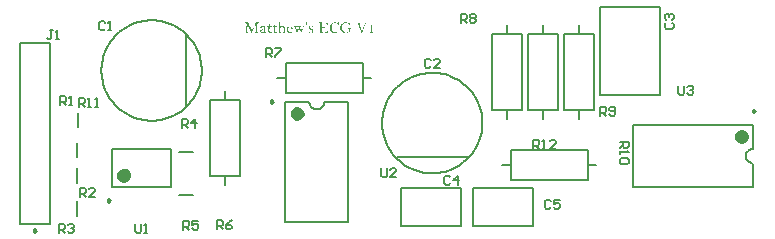
<source format=gto>
G04*
G04 #@! TF.GenerationSoftware,Altium Limited,Altium Designer,23.11.1 (41)*
G04*
G04 Layer_Color=65535*
%FSLAX25Y25*%
%MOIN*%
G70*
G04*
G04 #@! TF.SameCoordinates,116AF878-A71F-484F-92B7-8D16203D6036*
G04*
G04*
G04 #@! TF.FilePolarity,Positive*
G04*
G01*
G75*
%ADD10C,0.02362*%
%ADD11C,0.00984*%
%ADD12C,0.00787*%
%ADD13C,0.00591*%
%ADD14C,0.00500*%
G36*
X204419Y171024D02*
X204519D01*
X204569Y171019D01*
X204885D01*
X205002Y171013D01*
X206456D01*
X206500Y171008D01*
X206578D01*
Y171002D01*
X206583Y170996D01*
Y170980D01*
X206589Y170952D01*
X206600Y170924D01*
X206606Y170886D01*
X206617Y170841D01*
X206628Y170791D01*
X206639Y170736D01*
X206650Y170675D01*
X206661Y170608D01*
X206678Y170530D01*
X206689Y170453D01*
X206706Y170364D01*
X206717Y170275D01*
X206733Y170175D01*
X206722Y170170D01*
X206711Y170164D01*
X206700Y170158D01*
X206689D01*
X206678Y170164D01*
X206661Y170175D01*
Y170181D01*
X206656Y170186D01*
X206645Y170203D01*
X206628Y170225D01*
X206595Y170275D01*
X206550Y170342D01*
X206495Y170414D01*
X206439Y170486D01*
X206373Y170558D01*
X206311Y170619D01*
X206306Y170625D01*
X206284Y170647D01*
X206251Y170675D01*
X206206Y170708D01*
X206156Y170741D01*
X206101Y170780D01*
X206040Y170813D01*
X205973Y170841D01*
X205967Y170847D01*
X205940Y170852D01*
X205901Y170863D01*
X205840Y170874D01*
X205757Y170886D01*
X205662Y170897D01*
X205540Y170908D01*
X205263D01*
X205174Y170902D01*
X205079Y170897D01*
X204980Y170886D01*
X204880Y170874D01*
X204785Y170858D01*
X204780Y170852D01*
X204774Y170835D01*
X204769Y170808D01*
X204763Y170763D01*
Y170758D01*
Y170747D01*
Y170724D01*
X204757Y170697D01*
Y170686D01*
Y170669D01*
X204752Y170647D01*
Y170619D01*
Y170580D01*
X204747Y170530D01*
Y170475D01*
Y170403D01*
X204741Y170325D01*
Y170231D01*
Y170125D01*
X204735Y170003D01*
Y169864D01*
Y169714D01*
Y169548D01*
Y169542D01*
Y169520D01*
Y169487D01*
X204741Y169442D01*
X204774D01*
X204807Y169437D01*
X204852D01*
X204941Y169431D01*
X205068D01*
X205129Y169437D01*
X205202Y169442D01*
X205279Y169454D01*
X205363Y169476D01*
X205435Y169498D01*
X205501Y169531D01*
X205507Y169537D01*
X205529Y169553D01*
X205557Y169581D01*
X205590Y169620D01*
X205629Y169681D01*
X205673Y169753D01*
X205718Y169848D01*
X205762Y169959D01*
Y169964D01*
X205768Y169970D01*
X205773Y169992D01*
X205790Y170009D01*
X205801Y170020D01*
X205818D01*
X205840Y170009D01*
X205856Y169986D01*
X205862Y169970D01*
Y169942D01*
X205851Y169837D01*
Y169825D01*
Y169798D01*
X205845Y169759D01*
Y169703D01*
X205840Y169637D01*
Y169565D01*
X205834Y169487D01*
Y169404D01*
Y169398D01*
Y169387D01*
Y169370D01*
Y169343D01*
Y169309D01*
Y169276D01*
Y169187D01*
X205840Y169087D01*
Y168976D01*
Y168865D01*
X205845Y168754D01*
Y168749D01*
Y168743D01*
X205840Y168710D01*
X205823Y168682D01*
X205812Y168671D01*
X205795Y168666D01*
X205790D01*
X205773Y168671D01*
X205757Y168693D01*
X205751Y168704D01*
X205745Y168727D01*
Y168732D01*
Y168738D01*
X205740Y168754D01*
X205734Y168777D01*
X205718Y168832D01*
X205696Y168899D01*
X205662Y168971D01*
X205623Y169049D01*
X205573Y169115D01*
X205512Y169176D01*
X205501Y169182D01*
X205490Y169187D01*
X205473Y169198D01*
X205451Y169209D01*
X205423Y169220D01*
X205390Y169232D01*
X205351Y169248D01*
X205301Y169259D01*
X205246Y169271D01*
X205185Y169281D01*
X205113Y169293D01*
X205035Y169304D01*
X204946Y169309D01*
X204846Y169315D01*
X204741D01*
Y169304D01*
Y169276D01*
Y169232D01*
Y169165D01*
X204735Y169076D01*
Y168971D01*
Y168838D01*
Y168765D01*
Y168688D01*
Y168682D01*
Y168666D01*
Y168638D01*
Y168599D01*
Y168554D01*
Y168505D01*
X204741Y168388D01*
X204747Y168266D01*
X204752Y168149D01*
X204757Y168099D01*
X204763Y168050D01*
X204769Y168011D01*
X204774Y167977D01*
Y167972D01*
X204785Y167955D01*
X204796Y167927D01*
X204813Y167894D01*
X204835Y167855D01*
X204869Y167816D01*
X204913Y167772D01*
X204963Y167739D01*
X204968Y167733D01*
X204991Y167727D01*
X205030Y167711D01*
X205085Y167694D01*
X205152Y167678D01*
X205240Y167666D01*
X205346Y167655D01*
X205473Y167650D01*
X205518D01*
X205573Y167655D01*
X205640Y167661D01*
X205723Y167672D01*
X205818Y167689D01*
X205918Y167711D01*
X206029Y167739D01*
X206139Y167778D01*
X206251Y167822D01*
X206362Y167883D01*
X206472Y167949D01*
X206572Y168033D01*
X206661Y168127D01*
X206739Y168238D01*
X206805Y168360D01*
Y168366D01*
X206811Y168377D01*
X206828Y168405D01*
X206850Y168438D01*
X206861Y168444D01*
X206878Y168449D01*
X206883D01*
X206900Y168444D01*
X206916Y168421D01*
X206922Y168410D01*
Y168388D01*
Y168382D01*
Y168366D01*
X206916Y168344D01*
X206905Y168316D01*
X206900Y168305D01*
Y168282D01*
X206889Y168249D01*
X206878Y168199D01*
X206867Y168138D01*
X206856Y168094D01*
X206850Y168050D01*
X206839Y167999D01*
X206828Y167938D01*
Y167933D01*
X206822Y167922D01*
Y167900D01*
X206811Y167861D01*
X206800Y167811D01*
X206783Y167739D01*
X206772Y167694D01*
X206755Y167644D01*
X206745Y167589D01*
X206728Y167528D01*
X205618Y167533D01*
X205518D01*
X205440Y167539D01*
X205340D01*
X205224Y167544D01*
X205079Y167550D01*
X204919Y167555D01*
X204874D01*
X204841Y167561D01*
X204702D01*
X204641Y167567D01*
X204513D01*
X204380Y167572D01*
X203920D01*
X203853Y167578D01*
X203748D01*
X203731Y167583D01*
X203725D01*
Y167589D01*
X203720Y167594D01*
X203714Y167617D01*
Y167628D01*
X203725Y167644D01*
X203736Y167655D01*
X203748Y167661D01*
X203770Y167672D01*
X203847D01*
X203897Y167683D01*
X203958Y167694D01*
X204019Y167711D01*
X204086Y167739D01*
X204141Y167778D01*
X204186Y167827D01*
X204191Y167833D01*
X204203Y167861D01*
X204208Y167883D01*
X204214Y167911D01*
X204225Y167944D01*
X204236Y167983D01*
X204241Y168027D01*
X204253Y168083D01*
X204258Y168144D01*
X204264Y168216D01*
X204269Y168294D01*
X204275Y168382D01*
X204280Y168482D01*
Y168588D01*
X204275Y169132D01*
X204280Y169637D01*
Y169642D01*
Y169670D01*
Y169709D01*
Y169770D01*
X204275Y169848D01*
Y169898D01*
Y169948D01*
X204269Y170009D01*
Y170070D01*
Y170142D01*
X204264Y170220D01*
Y170225D01*
Y170236D01*
Y170258D01*
Y170286D01*
X204258Y170358D01*
X204253Y170441D01*
X204247Y170525D01*
X204241Y170608D01*
Y170641D01*
X204236Y170669D01*
Y170691D01*
X204230Y170708D01*
Y170713D01*
Y170719D01*
X204219Y170747D01*
X204191Y170786D01*
X204153Y170830D01*
X204147Y170835D01*
X204141Y170841D01*
X204119Y170852D01*
X204092Y170869D01*
X204053Y170886D01*
X203997Y170908D01*
X203931Y170930D01*
X203853Y170952D01*
X203842Y170958D01*
X203820Y170963D01*
X203797Y170985D01*
X203792Y170996D01*
X203786Y171008D01*
Y171013D01*
X203797Y171035D01*
X203808Y171041D01*
X203825Y171052D01*
X203847Y171057D01*
X203875D01*
X204419Y171024D01*
D02*
G37*
G36*
X212833Y171113D02*
X212872D01*
X212922Y171107D01*
X212977Y171096D01*
X213038Y171085D01*
X213110Y171074D01*
X213182Y171057D01*
X213343Y171013D01*
X213521Y170947D01*
X213610Y170908D01*
X213704Y170863D01*
X213710D01*
X213726Y170852D01*
X213754Y170841D01*
X213782Y170830D01*
X213854Y170808D01*
X213882Y170802D01*
X213910Y170797D01*
X213926D01*
X213960Y170808D01*
X213998Y170825D01*
X214020Y170841D01*
X214037Y170863D01*
Y170869D01*
X214043Y170874D01*
X214059Y170897D01*
X214082Y170919D01*
X214098Y170930D01*
X214120D01*
X214131Y170924D01*
X214143Y170913D01*
X214154Y170891D01*
X214165Y170863D01*
X214176Y170825D01*
X214181Y170774D01*
Y170763D01*
Y170747D01*
X214187Y170730D01*
Y170702D01*
Y170669D01*
X214193Y170636D01*
X214198Y170591D01*
Y170541D01*
X214204Y170486D01*
X214209Y170425D01*
X214220Y170358D01*
X214226Y170286D01*
X214237Y170208D01*
X214248Y170125D01*
X214259Y170036D01*
Y170031D01*
X214265Y170020D01*
Y169986D01*
Y169975D01*
X214259Y169959D01*
X214237Y169936D01*
X214226Y169931D01*
X214204Y169925D01*
X214198D01*
X214181Y169936D01*
X214170Y169948D01*
X214159Y169959D01*
X214148Y169981D01*
X214137Y170009D01*
Y170014D01*
X214126Y170031D01*
X214115Y170053D01*
X214098Y170086D01*
X214076Y170125D01*
X214048Y170175D01*
X213982Y170281D01*
X213904Y170397D01*
X213804Y170519D01*
X213687Y170641D01*
X213560Y170747D01*
X213554Y170752D01*
X213543Y170758D01*
X213527Y170769D01*
X213499Y170786D01*
X213465Y170808D01*
X213427Y170830D01*
X213382Y170852D01*
X213332Y170880D01*
X213216Y170924D01*
X213088Y170969D01*
X212949Y170996D01*
X212877Y171008D01*
X212766D01*
X212744Y171002D01*
X212711D01*
X212677Y170996D01*
X212594Y170980D01*
X212494Y170958D01*
X212389Y170919D01*
X212272Y170869D01*
X212156Y170802D01*
X212150D01*
X212145Y170791D01*
X212128Y170780D01*
X212106Y170763D01*
X212045Y170719D01*
X211978Y170652D01*
X211895Y170564D01*
X211812Y170458D01*
X211728Y170331D01*
X211651Y170186D01*
Y170181D01*
X211645Y170170D01*
X211634Y170147D01*
X211623Y170114D01*
X211606Y170075D01*
X211590Y170031D01*
X211573Y169975D01*
X211556Y169920D01*
X211518Y169787D01*
X211490Y169637D01*
X211468Y169470D01*
X211456Y169298D01*
Y169293D01*
Y169271D01*
X211462Y169232D01*
Y169187D01*
X211468Y169126D01*
X211479Y169060D01*
X211490Y168982D01*
X211506Y168899D01*
X211528Y168810D01*
X211556Y168716D01*
X211584Y168621D01*
X211623Y168521D01*
X211673Y168421D01*
X211723Y168321D01*
X211784Y168227D01*
X211856Y168133D01*
X211861Y168127D01*
X211873Y168111D01*
X211895Y168088D01*
X211928Y168055D01*
X211967Y168022D01*
X212017Y167977D01*
X212072Y167933D01*
X212134Y167888D01*
X212206Y167844D01*
X212283Y167800D01*
X212367Y167755D01*
X212455Y167722D01*
X212550Y167689D01*
X212650Y167666D01*
X212755Y167650D01*
X212866Y167644D01*
X212905D01*
X212944Y167650D01*
X212994D01*
X213049Y167661D01*
X213110Y167672D01*
X213171Y167683D01*
X213232Y167705D01*
X213238Y167711D01*
X213260Y167717D01*
X213288Y167733D01*
X213327Y167755D01*
X213366Y167783D01*
X213416Y167816D01*
X213465Y167855D01*
X213515Y167900D01*
X213521Y167905D01*
X213538Y167922D01*
X213560Y167944D01*
X213588Y167972D01*
X213638Y168033D01*
X213660Y168061D01*
X213676Y168088D01*
Y168094D01*
X213682Y168099D01*
X213687Y168122D01*
X213693Y168149D01*
X213699Y168194D01*
X213704Y168249D01*
X213710Y168321D01*
Y168410D01*
Y168416D01*
Y168427D01*
Y168449D01*
Y168482D01*
X213704Y168516D01*
Y168554D01*
X213693Y168643D01*
X213682Y168738D01*
X213660Y168832D01*
X213632Y168915D01*
X213615Y168954D01*
X213593Y168982D01*
X213588Y168987D01*
X213571Y169004D01*
X213543Y169026D01*
X213504Y169054D01*
X213449Y169076D01*
X213388Y169098D01*
X213310Y169115D01*
X213221Y169121D01*
X213127D01*
X213105Y169126D01*
X213077Y169143D01*
X213071Y169154D01*
X213066Y169171D01*
Y169176D01*
Y169182D01*
X213077Y169204D01*
X213088Y169215D01*
X213099Y169220D01*
X213121Y169232D01*
X213149D01*
X213288Y169226D01*
X213887Y169232D01*
X214626Y169248D01*
X214636D01*
X214659Y169243D01*
X214675Y169220D01*
X214686Y169209D01*
Y169187D01*
Y169176D01*
X214675Y169159D01*
X214659Y169143D01*
X214636Y169132D01*
X214609D01*
X214587Y169126D01*
X214559D01*
X214520Y169115D01*
X214431Y169093D01*
X214387Y169076D01*
X214342Y169060D01*
X214337D01*
X214326Y169049D01*
X214293Y169021D01*
X214248Y168982D01*
X214231Y168960D01*
X214220Y168932D01*
Y168926D01*
X214215Y168921D01*
Y168899D01*
X214209Y168876D01*
X214204Y168843D01*
Y168799D01*
X214198Y168749D01*
Y168688D01*
Y168682D01*
Y168660D01*
Y168632D01*
Y168593D01*
Y168543D01*
Y168488D01*
X214193Y168371D01*
Y168249D01*
X214187Y168194D01*
Y168144D01*
X214181Y168094D01*
X214176Y168055D01*
X214170Y168027D01*
X214165Y168011D01*
Y168005D01*
X214154Y167999D01*
X214131Y167977D01*
X214093Y167955D01*
X214065Y167938D01*
X214032Y167916D01*
X213993Y167894D01*
X213943Y167866D01*
X213887Y167839D01*
X213826Y167805D01*
X213754Y167772D01*
X213671Y167733D01*
X213665D01*
X213649Y167722D01*
X213627Y167711D01*
X213593Y167700D01*
X213549Y167683D01*
X213499Y167666D01*
X213443Y167644D01*
X213382Y167628D01*
X213244Y167583D01*
X213083Y167550D01*
X212916Y167528D01*
X212738Y167517D01*
X212705D01*
X212661Y167522D01*
X212611D01*
X212544Y167533D01*
X212467Y167544D01*
X212378Y167555D01*
X212283Y167578D01*
X212178Y167605D01*
X212072Y167639D01*
X211962Y167678D01*
X211851Y167727D01*
X211739Y167783D01*
X211629Y167850D01*
X211518Y167922D01*
X211412Y168011D01*
X211406Y168016D01*
X211390Y168033D01*
X211362Y168061D01*
X211329Y168099D01*
X211284Y168149D01*
X211240Y168210D01*
X211190Y168277D01*
X211140Y168355D01*
X211085Y168444D01*
X211035Y168538D01*
X210990Y168643D01*
X210951Y168754D01*
X210912Y168871D01*
X210885Y168999D01*
X210868Y169132D01*
X210863Y169271D01*
Y169276D01*
Y169293D01*
Y169320D01*
X210868Y169359D01*
Y169404D01*
X210879Y169459D01*
X210885Y169520D01*
X210896Y169587D01*
X210929Y169737D01*
X210974Y169892D01*
X211040Y170059D01*
X211079Y170142D01*
X211123Y170220D01*
X211129Y170225D01*
X211135Y170236D01*
X211151Y170258D01*
X211173Y170292D01*
X211196Y170325D01*
X211229Y170369D01*
X211312Y170464D01*
X211412Y170569D01*
X211534Y170680D01*
X211673Y170786D01*
X211834Y170880D01*
X211839Y170886D01*
X211856Y170891D01*
X211878Y170902D01*
X211912Y170919D01*
X211956Y170935D01*
X212000Y170958D01*
X212056Y170980D01*
X212122Y171002D01*
X212261Y171041D01*
X212417Y171080D01*
X212583Y171107D01*
X212666Y171119D01*
X212800D01*
X212833Y171113D01*
D02*
G37*
G36*
X209175Y171107D02*
X209236Y171102D01*
X209309Y171096D01*
X209386Y171080D01*
X209475Y171063D01*
X209564Y171035D01*
X209569D01*
X209575Y171030D01*
X209608Y171024D01*
X209653Y171008D01*
X209719Y170980D01*
X209791Y170952D01*
X209880Y170913D01*
X209969Y170869D01*
X210063Y170819D01*
X210069Y170825D01*
X210086Y170841D01*
X210113Y170863D01*
X210141Y170891D01*
X210202Y170947D01*
X210224Y170969D01*
X210235Y170991D01*
Y170996D01*
X210241Y171002D01*
X210252Y171024D01*
X210274Y171046D01*
X210291Y171057D01*
X210319D01*
X210335Y171046D01*
X210346Y171035D01*
X210357Y171013D01*
X210363Y170991D01*
X210369Y170958D01*
X210430Y170036D01*
Y170031D01*
Y170025D01*
Y169998D01*
X210424Y169964D01*
Y169953D01*
X210419Y169942D01*
X210413Y169936D01*
X210402Y169931D01*
X210385Y169925D01*
X210380D01*
X210357Y169942D01*
X210346Y169953D01*
X210330Y169970D01*
X210313Y169998D01*
X210297Y170036D01*
Y170042D01*
X210291Y170053D01*
X210280Y170075D01*
X210263Y170108D01*
X210246Y170142D01*
X210224Y170186D01*
X210169Y170281D01*
X210097Y170392D01*
X210013Y170502D01*
X209919Y170619D01*
X209808Y170724D01*
X209803Y170730D01*
X209791Y170736D01*
X209775Y170752D01*
X209753Y170769D01*
X209725Y170786D01*
X209686Y170813D01*
X209603Y170863D01*
X209503Y170913D01*
X209386Y170952D01*
X209259Y170985D01*
X209187Y170991D01*
X209120Y170996D01*
X209086D01*
X209064Y170991D01*
X209003Y170985D01*
X208926Y170969D01*
X208831Y170947D01*
X208731Y170908D01*
X208631Y170858D01*
X208526Y170786D01*
X208520D01*
X208515Y170774D01*
X208482Y170747D01*
X208432Y170702D01*
X208376Y170636D01*
X208310Y170553D01*
X208237Y170447D01*
X208171Y170331D01*
X208110Y170192D01*
Y170186D01*
X208104Y170175D01*
X208099Y170153D01*
X208088Y170125D01*
X208077Y170092D01*
X208060Y170047D01*
X208049Y169998D01*
X208038Y169948D01*
X208010Y169820D01*
X207982Y169681D01*
X207965Y169526D01*
X207960Y169365D01*
Y169354D01*
Y169332D01*
X207965Y169293D01*
Y169243D01*
X207971Y169176D01*
X207982Y169104D01*
X207993Y169021D01*
X208010Y168932D01*
X208032Y168838D01*
X208060Y168738D01*
X208093Y168638D01*
X208132Y168532D01*
X208182Y168432D01*
X208237Y168333D01*
X208298Y168238D01*
X208371Y168144D01*
X208376Y168138D01*
X208387Y168122D01*
X208415Y168099D01*
X208443Y168072D01*
X208482Y168038D01*
X208532Y167994D01*
X208581Y167955D01*
X208643Y167911D01*
X208709Y167866D01*
X208781Y167827D01*
X208937Y167750D01*
X209020Y167722D01*
X209109Y167700D01*
X209203Y167683D01*
X209297Y167678D01*
X209331D01*
X209359Y167683D01*
X209386D01*
X209425Y167689D01*
X209508Y167705D01*
X209608Y167733D01*
X209714Y167766D01*
X209825Y167822D01*
X209936Y167894D01*
X209941D01*
X209947Y167905D01*
X209963Y167916D01*
X209986Y167933D01*
X210036Y167977D01*
X210102Y168038D01*
X210174Y168111D01*
X210246Y168199D01*
X210313Y168294D01*
X210374Y168399D01*
Y168405D01*
X210380Y168410D01*
X210402Y168444D01*
X210430Y168471D01*
X210441Y168477D01*
X210457Y168482D01*
X210469D01*
X210491Y168477D01*
X210507Y168455D01*
X210518Y168438D01*
Y168416D01*
Y168410D01*
X210513Y168399D01*
X210507Y168377D01*
X210491Y168344D01*
X210469Y168299D01*
X210430Y168238D01*
X210380Y168166D01*
X210313Y168077D01*
X210302Y168066D01*
X210274Y168033D01*
X210235Y167988D01*
X210174Y167927D01*
X210097Y167866D01*
X210008Y167794D01*
X209902Y167727D01*
X209786Y167661D01*
X209780D01*
X209769Y167655D01*
X209753Y167644D01*
X209730Y167639D01*
X209697Y167622D01*
X209664Y167611D01*
X209575Y167583D01*
X209470Y167550D01*
X209353Y167528D01*
X209220Y167506D01*
X209081Y167500D01*
X209037D01*
X209003Y167506D01*
X208964D01*
X208920Y167511D01*
X208865Y167517D01*
X208809Y167528D01*
X208681Y167555D01*
X208537Y167594D01*
X208387Y167650D01*
X208237Y167722D01*
X208232Y167727D01*
X208221Y167733D01*
X208198Y167744D01*
X208171Y167766D01*
X208137Y167789D01*
X208099Y167816D01*
X208010Y167883D01*
X207910Y167972D01*
X207804Y168083D01*
X207705Y168205D01*
X207610Y168344D01*
Y168349D01*
X207599Y168360D01*
X207588Y168382D01*
X207571Y168416D01*
X207555Y168455D01*
X207538Y168499D01*
X207516Y168549D01*
X207494Y168610D01*
X207471Y168677D01*
X207449Y168749D01*
X207416Y168904D01*
X207388Y169082D01*
X207377Y169276D01*
Y169281D01*
Y169298D01*
Y169326D01*
X207383Y169365D01*
Y169409D01*
X207388Y169465D01*
X207394Y169526D01*
X207405Y169592D01*
X207433Y169742D01*
X207471Y169898D01*
X207527Y170064D01*
X207599Y170225D01*
X207605Y170231D01*
X207610Y170242D01*
X207621Y170264D01*
X207644Y170297D01*
X207666Y170331D01*
X207694Y170369D01*
X207766Y170464D01*
X207854Y170569D01*
X207965Y170680D01*
X208093Y170786D01*
X208237Y170880D01*
X208243Y170886D01*
X208254Y170891D01*
X208276Y170902D01*
X208310Y170919D01*
X208348Y170935D01*
X208393Y170952D01*
X208443Y170974D01*
X208498Y170996D01*
X208626Y171041D01*
X208770Y171074D01*
X208926Y171102D01*
X209086Y171113D01*
X209125D01*
X209175Y171107D01*
D02*
G37*
G36*
X199602Y171241D02*
X199629Y171235D01*
X199657Y171224D01*
X199696Y171213D01*
X199724Y171191D01*
X199757Y171163D01*
X199763Y171157D01*
X199768Y171146D01*
X199779Y171130D01*
X199796Y171107D01*
X199812Y171080D01*
X199824Y171041D01*
X199829Y171002D01*
X199835Y170952D01*
Y170947D01*
Y170930D01*
X199829Y170902D01*
X199824Y170858D01*
X199818Y170797D01*
X199812Y170758D01*
X199807Y170713D01*
X199796Y170663D01*
X199785Y170608D01*
X199774Y170541D01*
X199763Y170475D01*
X199618Y169698D01*
X199502D01*
X199357Y170480D01*
Y170486D01*
Y170497D01*
X199352Y170514D01*
X199346Y170536D01*
X199341Y170591D01*
X199330Y170658D01*
X199319Y170730D01*
X199313Y170797D01*
X199302Y170858D01*
Y170902D01*
Y170908D01*
Y170919D01*
Y170935D01*
X199307Y170958D01*
X199313Y171013D01*
X199335Y171074D01*
X199363Y171135D01*
X199407Y171191D01*
X199441Y171213D01*
X199474Y171230D01*
X199513Y171241D01*
X199557Y171246D01*
X199579D01*
X199602Y171241D01*
D02*
G37*
G36*
X201183Y169864D02*
X201239Y169853D01*
X201311Y169837D01*
X201394Y169809D01*
X201483Y169775D01*
X201577Y169731D01*
X201583D01*
X201600Y169726D01*
X201622Y169720D01*
X201649Y169714D01*
X201655D01*
X201666Y169720D01*
X201688Y169731D01*
X201711Y169753D01*
X201716Y169759D01*
X201727Y169775D01*
X201744Y169792D01*
X201761Y169798D01*
X201772D01*
X201783Y169787D01*
X201794Y169775D01*
X201799Y169770D01*
Y169759D01*
X201805Y169737D01*
X201811Y169709D01*
X201816Y169665D01*
X201822Y169609D01*
X201827Y169537D01*
Y169526D01*
X201833Y169503D01*
Y169465D01*
X201838Y169415D01*
Y169359D01*
X201844Y169298D01*
Y169243D01*
Y169187D01*
Y169182D01*
Y169176D01*
X201838Y169148D01*
X201822Y169115D01*
X201811Y169109D01*
X201794Y169104D01*
X201788D01*
X201772Y169115D01*
X201749Y169137D01*
X201744Y169154D01*
X201733Y169176D01*
Y169182D01*
X201727Y169193D01*
X201722Y169209D01*
X201711Y169237D01*
X201694Y169276D01*
X201672Y169320D01*
X201638Y169381D01*
X201605Y169448D01*
X201600Y169459D01*
X201589Y169481D01*
X201566Y169515D01*
X201539Y169559D01*
X201500Y169603D01*
X201461Y169642D01*
X201416Y169681D01*
X201372Y169709D01*
X201366D01*
X201350Y169720D01*
X201328Y169726D01*
X201294Y169737D01*
X201261Y169748D01*
X201217Y169753D01*
X201128Y169764D01*
X201095D01*
X201061Y169759D01*
X201017Y169753D01*
X200967Y169742D01*
X200917Y169726D01*
X200867Y169703D01*
X200817Y169670D01*
X200812Y169665D01*
X200800Y169653D01*
X200778Y169631D01*
X200762Y169603D01*
X200739Y169570D01*
X200717Y169526D01*
X200706Y169481D01*
X200700Y169426D01*
Y169420D01*
Y169409D01*
X200706Y169393D01*
Y169370D01*
X200723Y169320D01*
X200750Y169259D01*
Y169254D01*
X200762Y169248D01*
X200778Y169220D01*
X200812Y169182D01*
X200839Y169148D01*
X200845D01*
X200856Y169137D01*
X200878Y169126D01*
X200917Y169104D01*
X200950Y169087D01*
X200984Y169071D01*
X201022Y169054D01*
X201072Y169032D01*
X201128Y169004D01*
X201189Y168976D01*
X201261Y168943D01*
X201344Y168904D01*
X201350D01*
X201355Y168899D01*
X201389Y168882D01*
X201439Y168860D01*
X201500Y168832D01*
X201561Y168799D01*
X201622Y168765D01*
X201677Y168732D01*
X201716Y168704D01*
X201722Y168699D01*
X201733Y168693D01*
X201749Y168677D01*
X201772Y168654D01*
X201822Y168593D01*
X201872Y168516D01*
X201877Y168510D01*
X201883Y168493D01*
X201894Y168471D01*
X201905Y168444D01*
X201916Y168405D01*
X201922Y168360D01*
X201933Y168316D01*
Y168266D01*
Y168260D01*
Y168255D01*
Y168238D01*
X201927Y168216D01*
X201922Y168160D01*
X201905Y168088D01*
X201877Y168005D01*
X201838Y167916D01*
X201783Y167827D01*
X201705Y167739D01*
X201694Y167727D01*
X201666Y167705D01*
X201616Y167672D01*
X201555Y167633D01*
X201472Y167589D01*
X201383Y167555D01*
X201278Y167533D01*
X201167Y167522D01*
X201133D01*
X201095Y167528D01*
X201039Y167539D01*
X200978Y167550D01*
X200900Y167572D01*
X200817Y167600D01*
X200723Y167639D01*
X200717Y167644D01*
X200700Y167650D01*
X200678Y167661D01*
X200651Y167672D01*
X200595Y167694D01*
X200573Y167705D01*
X200551D01*
X200528Y167700D01*
X200506Y167678D01*
X200490Y167666D01*
X200479Y167644D01*
Y167639D01*
X200473Y167633D01*
X200451Y167611D01*
X200429Y167583D01*
X200412Y167578D01*
X200401Y167572D01*
X200395D01*
X200384Y167583D01*
X200367Y167605D01*
X200362Y167622D01*
X200356Y167644D01*
Y167650D01*
Y167661D01*
Y167683D01*
Y167717D01*
X200351Y167761D01*
Y167822D01*
Y167900D01*
Y167988D01*
Y167999D01*
Y168027D01*
Y168066D01*
X200345Y168116D01*
Y168166D01*
Y168216D01*
X200340Y168255D01*
Y168288D01*
Y168294D01*
Y168305D01*
X200345Y168338D01*
X200362Y168371D01*
X200373Y168382D01*
X200390Y168388D01*
X200395D01*
X200406Y168382D01*
X200423Y168366D01*
X200440Y168333D01*
Y168327D01*
X200445Y168321D01*
X200451Y168305D01*
X200456Y168282D01*
X200479Y168227D01*
X200512Y168155D01*
X200551Y168077D01*
X200601Y167988D01*
X200656Y167905D01*
X200723Y167822D01*
X200734Y167811D01*
X200756Y167789D01*
X200795Y167755D01*
X200850Y167722D01*
X200911Y167683D01*
X200989Y167650D01*
X201072Y167628D01*
X201161Y167617D01*
X201189D01*
X201222Y167622D01*
X201267Y167628D01*
X201311Y167644D01*
X201366Y167661D01*
X201416Y167689D01*
X201472Y167722D01*
X201478Y167727D01*
X201494Y167744D01*
X201516Y167766D01*
X201544Y167800D01*
X201566Y167844D01*
X201589Y167894D01*
X201605Y167955D01*
X201611Y168022D01*
Y168027D01*
Y168033D01*
X201605Y168050D01*
Y168072D01*
X201583Y168127D01*
X201566Y168160D01*
X201550Y168194D01*
X201522Y168233D01*
X201489Y168277D01*
X201444Y168316D01*
X201400Y168360D01*
X201339Y168405D01*
X201272Y168449D01*
X201195Y168493D01*
X201106Y168538D01*
X201100D01*
X201089Y168543D01*
X201072Y168554D01*
X201050Y168566D01*
X200989Y168593D01*
X200917Y168627D01*
X200845Y168660D01*
X200767Y168699D01*
X200700Y168738D01*
X200645Y168765D01*
X200640Y168771D01*
X200628Y168777D01*
X200606Y168793D01*
X200578Y168815D01*
X200551Y168843D01*
X200517Y168876D01*
X200462Y168960D01*
Y168965D01*
X200451Y168982D01*
X200445Y169004D01*
X200434Y169037D01*
X200423Y169076D01*
X200412Y169126D01*
X200406Y169176D01*
X200401Y169226D01*
Y169232D01*
Y169237D01*
X200406Y169271D01*
X200412Y169320D01*
X200429Y169387D01*
X200451Y169459D01*
X200490Y169531D01*
X200540Y169609D01*
X200606Y169681D01*
X200617Y169687D01*
X200645Y169709D01*
X200684Y169742D01*
X200745Y169775D01*
X200817Y169809D01*
X200900Y169842D01*
X200995Y169864D01*
X201100Y169870D01*
X201139D01*
X201183Y169864D01*
D02*
G37*
G36*
X219754Y171002D02*
X219770D01*
X219787Y170996D01*
X219793D01*
X219804Y170991D01*
X219809Y170980D01*
X219815Y170958D01*
Y170952D01*
X219804Y170935D01*
X219787Y170924D01*
X219770Y170913D01*
X219742Y170902D01*
X219709Y170897D01*
X219698D01*
X219676Y170891D01*
X219643Y170880D01*
X219598Y170863D01*
X219548Y170847D01*
X219498Y170819D01*
X219454Y170786D01*
X219409Y170747D01*
X219404Y170741D01*
X219393Y170724D01*
X219371Y170702D01*
X219349Y170669D01*
X219321Y170630D01*
X219287Y170586D01*
X219249Y170530D01*
X219215Y170475D01*
X219210Y170464D01*
X219204Y170453D01*
X219193Y170430D01*
X219182Y170403D01*
X219165Y170364D01*
X219149Y170314D01*
X219121Y170253D01*
X219093Y170181D01*
X219060Y170092D01*
X219021Y169986D01*
X218977Y169870D01*
X218921Y169731D01*
X218866Y169576D01*
X218805Y169398D01*
X218771Y169298D01*
X218733Y169198D01*
Y169193D01*
X218727Y169182D01*
X218716Y169154D01*
X218705Y169115D01*
X218683Y169065D01*
X218660Y169004D01*
X218633Y168932D01*
X218599Y168838D01*
X218560Y168732D01*
X218516Y168616D01*
X218460Y168477D01*
X218405Y168321D01*
X218338Y168149D01*
X218266Y167955D01*
X218183Y167744D01*
X218094Y167511D01*
X217939D01*
Y167517D01*
X217933Y167528D01*
X217928Y167550D01*
X217917Y167583D01*
X217900Y167628D01*
X217883Y167672D01*
X217867Y167733D01*
X217845Y167800D01*
X217817Y167872D01*
X217789Y167955D01*
X217756Y168044D01*
X217717Y168138D01*
X217678Y168244D01*
X217639Y168355D01*
X217595Y168471D01*
X217545Y168599D01*
X217045Y169892D01*
Y169898D01*
X217034Y169920D01*
X217023Y169948D01*
X217006Y169986D01*
X216990Y170036D01*
X216968Y170092D01*
X216918Y170208D01*
X216862Y170336D01*
X216807Y170458D01*
X216784Y170514D01*
X216757Y170564D01*
X216735Y170602D01*
X216718Y170636D01*
X216712Y170641D01*
X216701Y170658D01*
X216685Y170686D01*
X216662Y170719D01*
X216607Y170786D01*
X216574Y170813D01*
X216540Y170835D01*
X216535D01*
X216524Y170847D01*
X216501Y170852D01*
X216474Y170863D01*
X216440Y170880D01*
X216396Y170891D01*
X216346Y170902D01*
X216290Y170908D01*
X216279D01*
X216263Y170913D01*
X216241Y170924D01*
X216235Y170935D01*
X216229Y170952D01*
Y170963D01*
X216235Y170980D01*
X216257Y170996D01*
X216268Y171008D01*
X217728D01*
X217750Y171002D01*
X217772Y170996D01*
X217794Y170985D01*
X217811Y170974D01*
X217817Y170958D01*
Y170947D01*
X217806Y170930D01*
X217794Y170919D01*
X217778Y170913D01*
X217756Y170902D01*
X217695D01*
X217672Y170897D01*
X217617Y170886D01*
X217556Y170863D01*
X217489Y170830D01*
X217434Y170774D01*
X217411Y170741D01*
X217395Y170702D01*
X217384Y170658D01*
X217378Y170602D01*
Y170597D01*
Y170591D01*
Y170569D01*
X217384Y170547D01*
Y170514D01*
X217395Y170475D01*
X217401Y170425D01*
X217411Y170369D01*
Y170364D01*
X217417Y170342D01*
X217428Y170308D01*
X217439Y170264D01*
X217456Y170208D01*
X217473Y170142D01*
X217495Y170070D01*
X217523Y169986D01*
X217528Y169975D01*
X217534Y169959D01*
X217539Y169942D01*
X217550Y169914D01*
X217561Y169875D01*
X217578Y169837D01*
X217595Y169787D01*
X217617Y169726D01*
X217639Y169659D01*
X217667Y169581D01*
X217695Y169498D01*
X217728Y169404D01*
X217767Y169298D01*
X217811Y169182D01*
X217856Y169054D01*
X217861Y169049D01*
X217867Y169026D01*
X217878Y168987D01*
X217900Y168943D01*
X217917Y168887D01*
X217944Y168821D01*
X217994Y168682D01*
X218050Y168532D01*
X218105Y168394D01*
X218133Y168327D01*
X218155Y168272D01*
X218172Y168227D01*
X218189Y168188D01*
X218755Y169759D01*
X218760Y169764D01*
X218766Y169787D01*
X218777Y169820D01*
X218794Y169864D01*
X218810Y169920D01*
X218832Y169981D01*
X218877Y170114D01*
X218921Y170258D01*
X218960Y170392D01*
X218977Y170458D01*
X218988Y170514D01*
X218999Y170558D01*
Y170597D01*
Y170602D01*
Y170608D01*
X218993Y170641D01*
X218982Y170686D01*
X218954Y170741D01*
X218916Y170797D01*
X218888Y170819D01*
X218855Y170847D01*
X218816Y170869D01*
X218766Y170886D01*
X218716Y170897D01*
X218655Y170908D01*
X218644D01*
X218621Y170913D01*
X218599Y170930D01*
X218594Y170941D01*
X218588Y170958D01*
Y170963D01*
X218594Y170974D01*
X218599Y170985D01*
X218610Y170996D01*
X218616D01*
X218627Y171002D01*
X218660D01*
X218688Y171008D01*
X219704D01*
X219754Y171002D01*
D02*
G37*
G36*
X198841Y169792D02*
X198874D01*
X198897Y169787D01*
X198908D01*
X198925Y169781D01*
X198941Y169764D01*
X198952Y169742D01*
Y169737D01*
X198941Y169720D01*
X198925Y169709D01*
X198908Y169698D01*
X198880Y169681D01*
X198841Y169665D01*
X198836D01*
X198819Y169653D01*
X198797Y169642D01*
X198769Y169620D01*
X198708Y169576D01*
X198675Y169542D01*
X198647Y169509D01*
X198642Y169503D01*
X198636Y169492D01*
X198619Y169465D01*
X198603Y169426D01*
X198580Y169376D01*
X198558Y169309D01*
X198525Y169226D01*
X198497Y169121D01*
X198492Y169109D01*
Y169093D01*
X198480Y169071D01*
X198475Y169043D01*
X198464Y169010D01*
X198447Y168971D01*
X198431Y168921D01*
X198414Y168865D01*
X198392Y168804D01*
X198364Y168732D01*
X198336Y168654D01*
X198303Y168571D01*
X198270Y168477D01*
X198231Y168371D01*
X198186Y168260D01*
X197931Y167578D01*
X197925Y167567D01*
X197914Y167550D01*
X197898Y167533D01*
X197875Y167522D01*
X197870D01*
X197864Y167528D01*
X197853Y167539D01*
X197842Y167555D01*
X197826Y167578D01*
X197809Y167611D01*
X197792Y167655D01*
Y167661D01*
X197787Y167678D01*
X197770Y167705D01*
X197753Y167755D01*
X197737Y167789D01*
X197726Y167827D01*
X197704Y167872D01*
X197687Y167922D01*
X197659Y167977D01*
X197637Y168044D01*
X197604Y168116D01*
X197570Y168194D01*
X197565Y168199D01*
X197559Y168221D01*
X197543Y168255D01*
X197526Y168294D01*
X197504Y168344D01*
X197482Y168405D01*
X197454Y168471D01*
X197421Y168543D01*
X197359Y168693D01*
X197293Y168854D01*
X197232Y169004D01*
X197204Y169076D01*
X197182Y169143D01*
X197165Y169126D01*
X197160Y169115D01*
X197149Y169087D01*
X197132Y169032D01*
X197110Y168965D01*
X197076Y168876D01*
X197037Y168777D01*
X196993Y168654D01*
X196938Y168521D01*
X196660Y167850D01*
Y167844D01*
X196654Y167839D01*
X196643Y167805D01*
X196621Y167755D01*
X196599Y167700D01*
X196571Y167639D01*
X196549Y167589D01*
X196527Y167550D01*
X196521Y167539D01*
X196516Y167533D01*
X196505Y167528D01*
X196499Y167522D01*
X196488Y167517D01*
X196483D01*
X196466Y167533D01*
X196449Y167544D01*
X196438Y167561D01*
X196422Y167589D01*
X196405Y167628D01*
Y167633D01*
X196394Y167650D01*
X196383Y167683D01*
X196366Y167722D01*
X196349Y167772D01*
X196327Y167827D01*
X196299Y167888D01*
X196272Y167961D01*
X196211Y168111D01*
X196144Y168277D01*
X196077Y168449D01*
X196005Y168616D01*
X195700Y169315D01*
Y169320D01*
X195694Y169326D01*
X195683Y169359D01*
X195661Y169404D01*
X195633Y169454D01*
X195606Y169509D01*
X195578Y169559D01*
X195550Y169598D01*
X195528Y169626D01*
X195517Y169631D01*
X195495Y169648D01*
X195456Y169665D01*
X195406Y169676D01*
X195395D01*
X195361Y169687D01*
X195334Y169698D01*
X195323Y169709D01*
X195317Y169726D01*
Y169731D01*
Y169737D01*
X195334Y169759D01*
X195345Y169770D01*
X195367Y169775D01*
X195395Y169787D01*
X195433D01*
X196038Y169798D01*
X196288Y169792D01*
X196299D01*
X196327Y169787D01*
X196355Y169775D01*
X196360Y169764D01*
X196366Y169748D01*
Y169737D01*
X196355Y169720D01*
X196338Y169709D01*
X196322Y169698D01*
X196294Y169687D01*
X196260Y169681D01*
X196255D01*
X196233Y169676D01*
X196200Y169665D01*
X196166Y169653D01*
X196127Y169637D01*
X196099Y169609D01*
X196077Y169581D01*
X196066Y169548D01*
Y169537D01*
X196072Y169526D01*
X196077Y169503D01*
X196083Y169476D01*
X196094Y169437D01*
X196116Y169381D01*
X196138Y169315D01*
X196166Y169232D01*
X196205Y169132D01*
X196255Y169015D01*
X196305Y168876D01*
X196338Y168799D01*
X196371Y168716D01*
X196410Y168627D01*
X196449Y168532D01*
X196494Y168432D01*
X196538Y168327D01*
X196588Y168216D01*
X196638Y168094D01*
Y168099D01*
X196643Y168105D01*
X196660Y168138D01*
X196682Y168194D01*
X196710Y168260D01*
X196743Y168344D01*
X196782Y168438D01*
X196821Y168538D01*
X196865Y168649D01*
X196949Y168865D01*
X196988Y168965D01*
X197021Y169065D01*
X197049Y169154D01*
X197076Y169232D01*
X197087Y169293D01*
X197093Y169337D01*
Y169343D01*
Y169354D01*
Y169370D01*
X197087Y169398D01*
X197071Y169454D01*
X197043Y169520D01*
Y169526D01*
X197037Y169537D01*
X197015Y169570D01*
X196982Y169609D01*
X196965Y169631D01*
X196949Y169642D01*
X196943Y169648D01*
X196915Y169659D01*
X196871Y169676D01*
X196810Y169681D01*
X196799D01*
X196782Y169687D01*
X196760Y169698D01*
X196754Y169709D01*
X196749Y169726D01*
Y169731D01*
Y169737D01*
X196760Y169759D01*
X196777Y169775D01*
X196793Y169787D01*
X196816D01*
X197282Y169798D01*
X197526D01*
X197587Y169792D01*
X197637D01*
X197653Y169787D01*
X197670D01*
X197687Y169781D01*
X197704Y169764D01*
X197709Y169742D01*
Y169737D01*
X197698Y169720D01*
X197687Y169714D01*
X197670Y169703D01*
X197648Y169692D01*
X197620Y169681D01*
X197615D01*
X197598Y169670D01*
X197570Y169659D01*
X197543Y169642D01*
X197509Y169620D01*
X197487Y169592D01*
X197465Y169559D01*
X197459Y169526D01*
Y169520D01*
X197465Y169509D01*
Y169492D01*
X197470Y169470D01*
X197482Y169442D01*
X197493Y169404D01*
X197509Y169354D01*
Y169348D01*
X197520Y169326D01*
X197531Y169293D01*
X197554Y169237D01*
X197581Y169171D01*
X197615Y169087D01*
X197653Y168987D01*
X197704Y168865D01*
X198025Y168127D01*
Y168133D01*
X198037Y168149D01*
X198042Y168172D01*
X198059Y168205D01*
X198070Y168244D01*
X198092Y168294D01*
X198114Y168349D01*
X198136Y168410D01*
X198186Y168549D01*
X198242Y168699D01*
X198297Y168860D01*
X198353Y169026D01*
Y169032D01*
X198358Y169043D01*
X198370Y169065D01*
X198375Y169098D01*
X198386Y169132D01*
X198403Y169171D01*
X198431Y169259D01*
X198453Y169348D01*
X198480Y169431D01*
X198492Y169465D01*
X198497Y169498D01*
X198503Y169520D01*
Y169537D01*
Y169542D01*
Y169559D01*
X198492Y169581D01*
X198480Y169603D01*
X198458Y169631D01*
X198431Y169659D01*
X198386Y169676D01*
X198331Y169687D01*
X198314D01*
X198286Y169698D01*
X198253Y169714D01*
X198242Y169726D01*
X198236Y169742D01*
Y169748D01*
X198247Y169764D01*
X198258Y169770D01*
X198270Y169775D01*
X198292Y169781D01*
X198320Y169787D01*
X198336D01*
X198358Y169792D01*
X198442D01*
X198503Y169798D01*
X198769D01*
X198841Y169792D01*
D02*
G37*
G36*
X190905Y169875D02*
Y169864D01*
Y169831D01*
Y169787D01*
Y169726D01*
X190910Y169659D01*
Y169592D01*
Y169520D01*
X190916Y169454D01*
X190921Y169459D01*
X190933Y169470D01*
X190949Y169492D01*
X190971Y169515D01*
X191005Y169548D01*
X191038Y169581D01*
X191082Y169615D01*
X191127Y169653D01*
X191238Y169726D01*
X191365Y169792D01*
X191438Y169814D01*
X191515Y169837D01*
X191587Y169848D01*
X191671Y169853D01*
X191704D01*
X191726Y169848D01*
X191793Y169842D01*
X191870Y169831D01*
X191954Y169803D01*
X192043Y169770D01*
X192126Y169720D01*
X192203Y169653D01*
X192209Y169642D01*
X192231Y169615D01*
X192248Y169592D01*
X192264Y169565D01*
X192281Y169531D01*
X192298Y169492D01*
X192315Y169442D01*
X192331Y169393D01*
X192348Y169332D01*
X192364Y169271D01*
X192376Y169198D01*
X192387Y169121D01*
X192392Y169037D01*
Y168943D01*
X192381Y168238D01*
Y168233D01*
Y168221D01*
Y168205D01*
Y168183D01*
Y168127D01*
Y168061D01*
Y167988D01*
Y167922D01*
X192387Y167866D01*
Y167844D01*
Y167827D01*
Y167822D01*
Y167816D01*
X192398Y167783D01*
X192420Y167744D01*
X192437Y167722D01*
X192459Y167700D01*
X192464D01*
X192470Y167694D01*
X192503Y167678D01*
X192548Y167655D01*
X192597Y167650D01*
X192609D01*
X192636Y167644D01*
X192658Y167639D01*
X192664Y167628D01*
X192670Y167617D01*
Y167611D01*
X192653Y167594D01*
X192642Y167589D01*
X192620Y167578D01*
X192592Y167572D01*
X191765D01*
X191748Y167578D01*
X191732Y167594D01*
X191726Y167617D01*
Y167622D01*
X191732Y167633D01*
X191748Y167650D01*
X191782Y167661D01*
X191793D01*
X191809Y167666D01*
X191843Y167672D01*
X191882Y167689D01*
X191920Y167705D01*
X191954Y167733D01*
X191987Y167766D01*
X192004Y167805D01*
Y167811D01*
X192009Y167833D01*
X192015Y167855D01*
Y167877D01*
X192020Y167911D01*
X192026Y167949D01*
Y167994D01*
X192031Y168050D01*
Y168116D01*
X192037Y168188D01*
Y168272D01*
X192043Y168366D01*
Y168477D01*
Y168593D01*
Y168599D01*
Y168627D01*
Y168660D01*
Y168710D01*
X192037Y168765D01*
Y168826D01*
X192031Y168899D01*
X192026Y168976D01*
X192009Y169132D01*
X191981Y169281D01*
X191965Y169348D01*
X191948Y169409D01*
X191926Y169465D01*
X191898Y169509D01*
X191893Y169520D01*
X191870Y169542D01*
X191843Y169576D01*
X191798Y169615D01*
X191743Y169653D01*
X191676Y169687D01*
X191604Y169709D01*
X191521Y169720D01*
X191482D01*
X191438Y169709D01*
X191388Y169698D01*
X191321Y169676D01*
X191254Y169648D01*
X191188Y169603D01*
X191121Y169542D01*
X191116Y169537D01*
X191094Y169509D01*
X191066Y169470D01*
X191032Y169415D01*
X190994Y169343D01*
X190960Y169254D01*
X190933Y169148D01*
X190916Y169032D01*
Y169026D01*
Y169015D01*
Y168999D01*
X190910Y168971D01*
Y168937D01*
X190905Y168899D01*
Y168854D01*
Y168804D01*
X190899Y168743D01*
Y168682D01*
X190894Y168543D01*
X190888Y168382D01*
Y168210D01*
Y168205D01*
Y168194D01*
Y168177D01*
Y168160D01*
Y168099D01*
X190894Y168033D01*
Y167961D01*
X190905Y167888D01*
X190910Y167827D01*
X190921Y167778D01*
Y167772D01*
X190927Y167761D01*
X190938Y167744D01*
X190960Y167722D01*
X190982Y167705D01*
X191016Y167683D01*
X191060Y167661D01*
X191116Y167650D01*
X191127D01*
X191149Y167639D01*
X191171Y167622D01*
X191182Y167611D01*
Y167600D01*
Y167594D01*
X191177Y167583D01*
X191155Y167572D01*
X191138Y167567D01*
X191116D01*
X190583Y167572D01*
X190383D01*
X190283Y167567D01*
X190272D01*
X190244Y167572D01*
X190217Y167583D01*
X190211Y167594D01*
X190205Y167605D01*
Y167611D01*
X190211Y167622D01*
X190233Y167639D01*
X190244Y167644D01*
X190267Y167650D01*
X190272D01*
X190289Y167655D01*
X190311D01*
X190339Y167661D01*
X190394Y167683D01*
X190416Y167700D01*
X190439Y167717D01*
Y167722D01*
X190444Y167733D01*
X190455Y167755D01*
X190466Y167789D01*
X190477Y167844D01*
X190483Y167877D01*
X190489Y167922D01*
X190500Y167966D01*
X190505Y168016D01*
X190511Y168077D01*
X190516Y168144D01*
Y168149D01*
Y168160D01*
X190522Y168183D01*
Y168210D01*
Y168249D01*
X190527Y168294D01*
Y168344D01*
X190533Y168405D01*
X190538Y168466D01*
Y168538D01*
X190544Y168621D01*
Y168704D01*
Y168793D01*
X190550Y168887D01*
Y169098D01*
Y169104D01*
Y169109D01*
Y169143D01*
Y169198D01*
Y169265D01*
Y169348D01*
Y169442D01*
Y169548D01*
Y169653D01*
Y169881D01*
X190544Y169998D01*
Y170103D01*
Y170208D01*
Y170303D01*
X190538Y170386D01*
Y170453D01*
Y170458D01*
Y170469D01*
Y170486D01*
X190533Y170508D01*
Y170564D01*
X190522Y170630D01*
X190511Y170708D01*
X190494Y170786D01*
X190472Y170858D01*
X190444Y170919D01*
X190439Y170924D01*
X190427Y170941D01*
X190411Y170969D01*
X190389Y170996D01*
X190355Y171024D01*
X190322Y171052D01*
X190283Y171074D01*
X190239Y171091D01*
X190228D01*
X190205Y171102D01*
X190178Y171119D01*
X190172Y171130D01*
X190167Y171141D01*
Y171146D01*
Y171152D01*
X190172Y171163D01*
X190183Y171169D01*
X190194D01*
X190211Y171174D01*
X190516D01*
X190605Y171180D01*
X190699D01*
X190805Y171185D01*
X190916Y171191D01*
X190905Y169875D01*
D02*
G37*
G36*
X180166Y171041D02*
X180171Y171035D01*
X180177Y171013D01*
X180193Y170985D01*
X180210Y170941D01*
X180232Y170891D01*
X180260Y170835D01*
X180293Y170769D01*
X180326Y170697D01*
X180404Y170536D01*
X180487Y170364D01*
X180576Y170186D01*
X180665Y170014D01*
X180671Y170009D01*
X180676Y169992D01*
X180693Y169964D01*
X180709Y169925D01*
X180732Y169881D01*
X180759Y169825D01*
X180793Y169770D01*
X180826Y169703D01*
X180893Y169565D01*
X180965Y169415D01*
X181037Y169265D01*
X181098Y169126D01*
Y169121D01*
X181103Y169109D01*
X181115Y169093D01*
X181126Y169065D01*
X181142Y169037D01*
X181159Y168999D01*
X181203Y168910D01*
X181253Y168804D01*
X181314Y168688D01*
X181386Y168560D01*
X181459Y168432D01*
X181464Y168444D01*
X181486Y168477D01*
X181514Y168527D01*
X181559Y168599D01*
X181608Y168693D01*
X181670Y168810D01*
X181742Y168943D01*
X181825Y169098D01*
X181914Y169271D01*
X182014Y169465D01*
X182119Y169681D01*
X182230Y169914D01*
X182347Y170170D01*
X182474Y170441D01*
X182602Y170730D01*
X182735Y171041D01*
X183784Y171035D01*
X183795D01*
X183817Y171030D01*
X183834Y171013D01*
X183845Y171002D01*
Y170985D01*
Y170980D01*
X183840Y170963D01*
X183817Y170952D01*
X183801Y170947D01*
X183779Y170941D01*
X183767D01*
X183734Y170935D01*
X183684Y170930D01*
X183623Y170919D01*
X183562Y170902D01*
X183501Y170880D01*
X183446Y170858D01*
X183401Y170825D01*
X183396Y170819D01*
X183385Y170808D01*
X183368Y170786D01*
X183351Y170752D01*
X183329Y170713D01*
X183312Y170663D01*
X183296Y170597D01*
X183285Y170525D01*
Y170514D01*
Y170502D01*
X183279Y170486D01*
Y170458D01*
Y170430D01*
X183273Y170392D01*
Y170353D01*
X183268Y170303D01*
X183262Y170247D01*
Y170181D01*
X183257Y170108D01*
X183251Y170031D01*
Y169948D01*
X183246Y169853D01*
X183240Y169748D01*
Y169742D01*
Y169726D01*
Y169692D01*
Y169653D01*
X183235Y169603D01*
Y169548D01*
Y169487D01*
Y169420D01*
X183229Y169271D01*
Y169109D01*
X183224Y168954D01*
Y168804D01*
Y168799D01*
Y168771D01*
Y168738D01*
Y168688D01*
Y168632D01*
Y168566D01*
Y168421D01*
Y168272D01*
Y168199D01*
Y168133D01*
X183229Y168072D01*
Y168022D01*
Y167977D01*
Y167949D01*
Y167944D01*
X183235Y167933D01*
Y167911D01*
X183246Y167883D01*
X183273Y167822D01*
X183290Y167789D01*
X183318Y167761D01*
X183324Y167755D01*
X183335Y167750D01*
X183357Y167739D01*
X183390Y167722D01*
X183434Y167705D01*
X183484Y167689D01*
X183556Y167672D01*
X183634Y167661D01*
X183645D01*
X183668Y167650D01*
X183690Y167633D01*
X183701Y167622D01*
Y167605D01*
Y167600D01*
X183690Y167589D01*
X183679Y167583D01*
X183668Y167578D01*
X183645Y167572D01*
X182308D01*
X182274Y167578D01*
X182247Y167589D01*
X182236Y167600D01*
X182230Y167611D01*
Y167617D01*
X182236Y167633D01*
X182252Y167650D01*
X182286Y167661D01*
X182297D01*
X182319Y167666D01*
X182358Y167672D01*
X182408Y167683D01*
X182502Y167705D01*
X182546Y167722D01*
X182580Y167739D01*
X182585Y167744D01*
X182591Y167750D01*
X182607Y167761D01*
X182624Y167783D01*
X182641Y167811D01*
X182657Y167844D01*
X182674Y167883D01*
X182691Y167927D01*
Y167933D01*
X182696Y167955D01*
X182702Y167977D01*
Y167999D01*
X182707Y168027D01*
X182713Y168066D01*
Y168105D01*
X182719Y168155D01*
Y168210D01*
X182724Y168272D01*
Y168344D01*
X182730Y168427D01*
Y168516D01*
Y168610D01*
X182780Y169881D01*
X182807Y170508D01*
Y170514D01*
Y170519D01*
Y170547D01*
X182796Y170569D01*
X182791Y170575D01*
X182785Y170580D01*
X182780D01*
X182768Y170575D01*
X182746Y170564D01*
X182730Y170541D01*
X182202Y169503D01*
X182197Y169492D01*
X182180Y169459D01*
X182158Y169409D01*
X182125Y169343D01*
X182086Y169265D01*
X182036Y169176D01*
X181992Y169076D01*
X181936Y168971D01*
X181831Y168754D01*
X181781Y168649D01*
X181731Y168549D01*
X181686Y168455D01*
X181647Y168366D01*
X181614Y168294D01*
X181586Y168233D01*
X181420Y167833D01*
X181414Y167827D01*
X181409Y167805D01*
X181392Y167772D01*
X181381Y167739D01*
X181364Y167705D01*
X181348Y167672D01*
X181337Y167644D01*
X181325Y167633D01*
X181320Y167628D01*
X181309Y167622D01*
X181292Y167617D01*
X181287D01*
X181275Y167628D01*
X181253Y167644D01*
X181248Y167661D01*
X181237Y167683D01*
Y167694D01*
X181231Y167705D01*
X181226Y167722D01*
X181214Y167750D01*
X181198Y167783D01*
X181181Y167822D01*
X181159Y167877D01*
X181131Y167938D01*
X181098Y168011D01*
X181059Y168094D01*
X181015Y168194D01*
X180959Y168305D01*
X180898Y168432D01*
X180826Y168571D01*
X180748Y168727D01*
Y168732D01*
X180737Y168749D01*
X180726Y168777D01*
X180709Y168815D01*
X180687Y168860D01*
X180659Y168915D01*
X180626Y168982D01*
X180593Y169054D01*
X180554Y169132D01*
X180510Y169220D01*
X180465Y169315D01*
X180415Y169415D01*
X180310Y169626D01*
X180193Y169859D01*
X180188Y169864D01*
X180182Y169887D01*
X180166Y169920D01*
X180143Y169959D01*
X180116Y170009D01*
X180088Y170064D01*
X180027Y170181D01*
X179966Y170303D01*
X179938Y170358D01*
X179910Y170408D01*
X179888Y170453D01*
X179866Y170486D01*
X179855Y170514D01*
X179844Y170525D01*
X179838Y170530D01*
X179832Y170541D01*
X179816Y170547D01*
X179805Y170553D01*
X179799D01*
X179794Y170547D01*
X179788Y170525D01*
X179782Y170508D01*
Y170486D01*
X179749Y168882D01*
X179744Y168349D01*
Y168344D01*
Y168333D01*
Y168310D01*
Y168282D01*
X179749Y168249D01*
Y168210D01*
X179760Y168122D01*
X179771Y168027D01*
X179788Y167938D01*
X179816Y167861D01*
X179838Y167827D01*
X179855Y167800D01*
X179860Y167794D01*
X179877Y167778D01*
X179905Y167761D01*
X179938Y167739D01*
X179988Y167711D01*
X180043Y167694D01*
X180110Y167678D01*
X180188Y167672D01*
X180210D01*
X180232Y167666D01*
X180260D01*
X180282Y167655D01*
X180304Y167644D01*
X180321Y167633D01*
X180326Y167611D01*
Y167605D01*
X180321Y167594D01*
X180299Y167578D01*
X180282Y167572D01*
X179555D01*
X179483Y167567D01*
X179394D01*
X179289Y167561D01*
X179166Y167555D01*
X179028Y167544D01*
X179022Y167550D01*
X179017Y167555D01*
X179006Y167572D01*
X179000Y167583D01*
Y167594D01*
X179011Y167611D01*
X179022Y167622D01*
X179039Y167633D01*
X179061Y167639D01*
X179089Y167644D01*
X179100D01*
X179133Y167650D01*
X179178Y167655D01*
X179239Y167666D01*
X179300Y167689D01*
X179366Y167722D01*
X179427Y167761D01*
X179477Y167816D01*
X179483Y167827D01*
X179499Y167850D01*
X179505Y167872D01*
X179516Y167900D01*
X179527Y167933D01*
X179544Y167972D01*
X179555Y168022D01*
X179566Y168072D01*
X179577Y168133D01*
X179583Y168205D01*
X179594Y168282D01*
X179599Y168366D01*
X179605Y168460D01*
Y168566D01*
Y169032D01*
X179638Y170220D01*
Y170225D01*
Y170236D01*
Y170258D01*
Y170286D01*
X179633Y170319D01*
Y170358D01*
X179622Y170441D01*
X179605Y170536D01*
X179583Y170630D01*
X179555Y170713D01*
X179533Y170747D01*
X179511Y170780D01*
X179505Y170786D01*
X179488Y170808D01*
X179461Y170830D01*
X179422Y170863D01*
X179372Y170897D01*
X179311Y170924D01*
X179239Y170952D01*
X179155Y170969D01*
X179139D01*
X179105Y170980D01*
X179072Y170996D01*
X179061Y171008D01*
X179056Y171019D01*
Y171024D01*
X179067Y171046D01*
X179089Y171063D01*
X179105Y171069D01*
X179222D01*
X180166Y171041D01*
D02*
G37*
G36*
X221496Y170447D02*
X221508Y170425D01*
X221513Y170408D01*
Y170380D01*
Y170036D01*
Y170025D01*
Y169998D01*
Y169948D01*
Y169887D01*
Y169809D01*
X221508Y169720D01*
Y169631D01*
Y169531D01*
Y169326D01*
X221502Y169220D01*
Y169126D01*
Y169037D01*
Y168954D01*
Y168882D01*
Y168826D01*
Y168815D01*
Y168788D01*
Y168743D01*
Y168688D01*
Y168621D01*
Y168543D01*
X221508Y168460D01*
Y168371D01*
Y168194D01*
X221513Y168111D01*
X221519Y168033D01*
Y167961D01*
X221524Y167900D01*
X221530Y167850D01*
X221535Y167816D01*
Y167811D01*
X221546Y167794D01*
X221557Y167778D01*
X221585Y167750D01*
X221618Y167727D01*
X221668Y167700D01*
X221729Y167683D01*
X221807Y167672D01*
X221824D01*
X221863Y167661D01*
X221901Y167644D01*
X221913Y167633D01*
X221918Y167622D01*
Y167611D01*
X221907Y167594D01*
X221896Y167583D01*
X221885Y167572D01*
X221863Y167567D01*
X221835Y167561D01*
X221818D01*
X221785Y167567D01*
X221746D01*
X221713Y167572D01*
X221025D01*
X220919Y167567D01*
X220792D01*
X220764Y167561D01*
X220730D01*
X220703Y167567D01*
X220669Y167578D01*
X220664Y167589D01*
X220658Y167605D01*
Y167611D01*
X220669Y167633D01*
X220680Y167639D01*
X220697Y167650D01*
X220719Y167655D01*
X220747Y167661D01*
X220758D01*
X220792Y167666D01*
X220836Y167672D01*
X220891Y167683D01*
X220952Y167700D01*
X221008Y167722D01*
X221052Y167750D01*
X221086Y167789D01*
X221091Y167794D01*
X221097Y167811D01*
X221108Y167844D01*
X221119Y167894D01*
X221130Y167961D01*
X221136Y168044D01*
X221141Y168094D01*
X221147Y168149D01*
Y168216D01*
Y168282D01*
Y168288D01*
Y168294D01*
Y168327D01*
Y168382D01*
Y168455D01*
Y168538D01*
Y168632D01*
Y168738D01*
Y168849D01*
Y169082D01*
X221141Y169193D01*
Y169304D01*
Y169404D01*
Y169492D01*
X221136Y169576D01*
Y169637D01*
Y169642D01*
Y169648D01*
Y169665D01*
X221130Y169687D01*
Y169737D01*
X221119Y169798D01*
X221108Y169864D01*
X221091Y169931D01*
X221069Y169992D01*
X221041Y170036D01*
X221036Y170042D01*
X221025Y170053D01*
X221008Y170070D01*
X220980Y170086D01*
X220941Y170103D01*
X220897Y170120D01*
X220841Y170131D01*
X220780Y170136D01*
X220719D01*
X220669Y170142D01*
X220653D01*
X220636Y170147D01*
X220631Y170153D01*
X220625Y170158D01*
X220614Y170175D01*
X220608Y170197D01*
Y170203D01*
X220620Y170220D01*
X220631Y170225D01*
X220647Y170231D01*
X220669Y170236D01*
X220703Y170242D01*
X220736D01*
X220769Y170247D01*
X220819D01*
X220880Y170253D01*
X220947Y170264D01*
X221019Y170281D01*
X221097Y170297D01*
X221108D01*
X221130Y170308D01*
X221169Y170319D01*
X221219Y170336D01*
X221324Y170380D01*
X221374Y170408D01*
X221424Y170436D01*
X221430Y170441D01*
X221441Y170447D01*
X221458Y170453D01*
X221474Y170458D01*
X221480D01*
X221496Y170447D01*
D02*
G37*
G36*
X185199Y169837D02*
X185266Y169831D01*
X185344Y169820D01*
X185427Y169803D01*
X185505Y169781D01*
X185577Y169753D01*
X185582Y169748D01*
X185605Y169737D01*
X185638Y169720D01*
X185677Y169698D01*
X185749Y169631D01*
X185782Y169592D01*
X185804Y169553D01*
Y169548D01*
X185810Y169531D01*
X185821Y169503D01*
X185827Y169459D01*
X185838Y169398D01*
X185843Y169326D01*
X185849Y169237D01*
Y169126D01*
X185838Y168427D01*
Y168421D01*
Y168410D01*
Y168388D01*
Y168360D01*
Y168327D01*
Y168288D01*
X185843Y168205D01*
X185849Y168111D01*
X185854Y168011D01*
X185865Y167922D01*
X185882Y167850D01*
Y167844D01*
X185893Y167822D01*
X185904Y167800D01*
X185926Y167766D01*
X185949Y167739D01*
X185982Y167711D01*
X186021Y167689D01*
X186071Y167683D01*
X186109D01*
X186143Y167689D01*
X186187Y167694D01*
X186198D01*
X186221Y167689D01*
X186243Y167678D01*
X186254Y167666D01*
Y167650D01*
Y167644D01*
X186248Y167633D01*
X186226Y167617D01*
X186209Y167611D01*
X186187Y167600D01*
X186160Y167589D01*
X186126Y167583D01*
X186082Y167572D01*
X186032Y167567D01*
X185971Y167561D01*
X185899Y167555D01*
X185821Y167550D01*
X185704D01*
X185677Y167555D01*
X185643Y167561D01*
X185571Y167578D01*
X185544Y167594D01*
X185516Y167617D01*
Y167622D01*
X185510Y167633D01*
X185499Y167650D01*
X185494Y167678D01*
X185482Y167717D01*
X185471Y167766D01*
X185466Y167833D01*
Y167905D01*
X185460Y167900D01*
X185444Y167872D01*
X185416Y167839D01*
X185377Y167800D01*
X185333Y167755D01*
X185277Y167705D01*
X185216Y167661D01*
X185149Y167622D01*
X185144Y167617D01*
X185116Y167611D01*
X185083Y167594D01*
X185033Y167578D01*
X184972Y167561D01*
X184905Y167550D01*
X184827Y167539D01*
X184744Y167533D01*
X184700D01*
X184650Y167539D01*
X184594Y167550D01*
X184528Y167567D01*
X184456Y167594D01*
X184389Y167628D01*
X184328Y167672D01*
X184323Y167678D01*
X184306Y167700D01*
X184278Y167727D01*
X184256Y167772D01*
X184228Y167827D01*
X184200Y167894D01*
X184184Y167966D01*
X184178Y168050D01*
Y168055D01*
Y168077D01*
X184184Y168116D01*
X184189Y168155D01*
X184200Y168205D01*
X184217Y168260D01*
X184239Y168321D01*
X184267Y168377D01*
X184273Y168382D01*
X184284Y168399D01*
X184300Y168427D01*
X184328Y168460D01*
X184389Y168532D01*
X184428Y168566D01*
X184472Y168593D01*
X184478Y168599D01*
X184494Y168604D01*
X184528Y168621D01*
X184572Y168638D01*
X184628Y168666D01*
X184700Y168693D01*
X184789Y168727D01*
X184889Y168760D01*
X184894D01*
X184905Y168765D01*
X184927Y168771D01*
X184955Y168782D01*
X185027Y168810D01*
X185110Y168843D01*
X185199Y168876D01*
X185277Y168915D01*
X185316Y168937D01*
X185349Y168954D01*
X185377Y168976D01*
X185394Y168993D01*
X185399Y168999D01*
X185410Y169010D01*
X185421Y169032D01*
X185438Y169060D01*
X185455Y169093D01*
X185471Y169137D01*
X185477Y169182D01*
X185482Y169237D01*
Y169248D01*
Y169276D01*
X185477Y169320D01*
X185471Y169370D01*
X185455Y169431D01*
X185438Y169492D01*
X185410Y169548D01*
X185371Y169603D01*
X185366Y169609D01*
X185349Y169626D01*
X185327Y169648D01*
X185288Y169670D01*
X185244Y169692D01*
X185194Y169714D01*
X185127Y169731D01*
X185055Y169737D01*
X185027D01*
X185000Y169731D01*
X184966Y169726D01*
X184883Y169703D01*
X184844Y169687D01*
X184811Y169659D01*
X184805Y169653D01*
X184800Y169642D01*
X184783Y169620D01*
X184766Y169592D01*
X184744Y169553D01*
X184722Y169498D01*
X184700Y169437D01*
X184683Y169359D01*
Y169348D01*
X184672Y169320D01*
X184661Y169281D01*
X184639Y169243D01*
X184611Y169198D01*
X184572Y169159D01*
X184528Y169132D01*
X184500Y169126D01*
X184472Y169121D01*
X184461D01*
X184433Y169126D01*
X184389Y169143D01*
X184339Y169176D01*
Y169182D01*
X184328Y169187D01*
X184306Y169220D01*
X184295Y169243D01*
X184284Y169271D01*
X184278Y169309D01*
X184273Y169348D01*
Y169359D01*
X184278Y169381D01*
X184284Y169420D01*
X184300Y169465D01*
X184328Y169520D01*
X184361Y169576D01*
X184417Y169637D01*
X184489Y169692D01*
X184500Y169698D01*
X184528Y169714D01*
X184578Y169742D01*
X184650Y169770D01*
X184733Y169792D01*
X184839Y169820D01*
X184961Y169837D01*
X185094Y169842D01*
X185144D01*
X185199Y169837D01*
D02*
G37*
G36*
X194157Y169848D02*
X194185D01*
X194224Y169837D01*
X194312Y169820D01*
X194407Y169787D01*
X194518Y169737D01*
X194573Y169703D01*
X194629Y169670D01*
X194684Y169626D01*
X194740Y169576D01*
X194745Y169570D01*
X194751Y169565D01*
X194768Y169548D01*
X194784Y169526D01*
X194834Y169470D01*
X194890Y169393D01*
X194940Y169298D01*
X194990Y169193D01*
X195023Y169071D01*
X195028Y169004D01*
X195034Y168937D01*
Y168926D01*
Y168904D01*
X195023Y168876D01*
X195012Y168854D01*
X195006Y168849D01*
X194995D01*
X194978Y168843D01*
X194956Y168838D01*
X194923D01*
X194873Y168832D01*
X194812D01*
X193480Y168810D01*
Y168804D01*
Y168788D01*
Y168760D01*
Y168732D01*
X193474Y168660D01*
Y168627D01*
Y168593D01*
Y168588D01*
Y168577D01*
Y168554D01*
X193480Y168532D01*
Y168499D01*
X193485Y168460D01*
X193502Y168371D01*
X193530Y168272D01*
X193569Y168166D01*
X193624Y168055D01*
X193696Y167955D01*
X193708Y167944D01*
X193735Y167916D01*
X193785Y167872D01*
X193846Y167827D01*
X193930Y167783D01*
X194024Y167739D01*
X194129Y167711D01*
X194185Y167705D01*
X194246Y167700D01*
X194279D01*
X194301Y167705D01*
X194362Y167711D01*
X194440Y167733D01*
X194529Y167761D01*
X194629Y167805D01*
X194729Y167872D01*
X194784Y167911D01*
X194834Y167955D01*
X194840Y167961D01*
X194845Y167966D01*
X194878Y167994D01*
X194912Y168016D01*
X194929Y168022D01*
X194940Y168027D01*
X194945D01*
X194962Y168016D01*
X194973Y167999D01*
X194978Y167977D01*
X194984Y167955D01*
X194978Y167949D01*
X194967Y167927D01*
X194940Y167888D01*
X194906Y167850D01*
X194856Y167800D01*
X194795Y167744D01*
X194723Y167694D01*
X194640Y167644D01*
X194629Y167639D01*
X194596Y167622D01*
X194546Y167605D01*
X194479Y167583D01*
X194401Y167555D01*
X194307Y167539D01*
X194207Y167522D01*
X194096Y167517D01*
X194052D01*
X194024Y167522D01*
X193985Y167528D01*
X193941Y167533D01*
X193835Y167555D01*
X193719Y167594D01*
X193658Y167622D01*
X193591Y167650D01*
X193530Y167689D01*
X193469Y167727D01*
X193408Y167778D01*
X193347Y167833D01*
X193341Y167839D01*
X193336Y167850D01*
X193319Y167866D01*
X193302Y167888D01*
X193280Y167922D01*
X193252Y167961D01*
X193225Y168005D01*
X193197Y168050D01*
X193169Y168105D01*
X193141Y168166D01*
X193091Y168305D01*
X193058Y168460D01*
X193053Y168543D01*
X193047Y168632D01*
Y168638D01*
Y168654D01*
Y168682D01*
X193053Y168721D01*
X193058Y168765D01*
X193064Y168815D01*
X193075Y168876D01*
X193091Y168937D01*
X193130Y169076D01*
X193158Y169148D01*
X193186Y169220D01*
X193225Y169293D01*
X193269Y169365D01*
X193319Y169437D01*
X193380Y169503D01*
X193386Y169509D01*
X193397Y169520D01*
X193413Y169537D01*
X193436Y169559D01*
X193469Y169587D01*
X193508Y169615D01*
X193596Y169681D01*
X193702Y169742D01*
X193824Y169798D01*
X193891Y169820D01*
X193957Y169837D01*
X194024Y169848D01*
X194096Y169853D01*
X194129D01*
X194157Y169848D01*
D02*
G37*
G36*
X189168Y170586D02*
X189184Y170564D01*
X189190Y170547D01*
Y170519D01*
Y170514D01*
Y170502D01*
X189184Y170469D01*
Y170464D01*
Y170453D01*
Y170430D01*
Y170403D01*
X189179Y170369D01*
Y170331D01*
Y170236D01*
Y169825D01*
X189756Y169831D01*
X189806D01*
X189834Y169825D01*
X189861Y169820D01*
X189883Y169814D01*
X189906Y169803D01*
X189911Y169792D01*
Y169787D01*
Y169775D01*
X189906Y169753D01*
Y169726D01*
X189889Y169676D01*
X189878Y169659D01*
X189867Y169642D01*
X189795D01*
X189767Y169637D01*
X189689D01*
X189639Y169631D01*
X189584D01*
X189523Y169626D01*
X189451Y169620D01*
X189367Y169615D01*
X189279Y169609D01*
X189179Y169603D01*
Y169598D01*
Y169576D01*
X189173Y169548D01*
Y169503D01*
Y169448D01*
X189168Y169387D01*
Y169315D01*
X189162Y169237D01*
X189156Y169154D01*
Y169065D01*
X189151Y168871D01*
X189145Y168660D01*
Y168449D01*
Y168444D01*
Y168432D01*
Y168410D01*
Y168377D01*
X189151Y168344D01*
Y168305D01*
X189156Y168216D01*
X189168Y168122D01*
X189190Y168027D01*
X189212Y167944D01*
X189229Y167911D01*
X189245Y167883D01*
X189251Y167877D01*
X189268Y167861D01*
X189290Y167844D01*
X189323Y167822D01*
X189367Y167794D01*
X189417Y167778D01*
X189478Y167761D01*
X189545Y167755D01*
X189567D01*
X189601Y167761D01*
X189634Y167766D01*
X189684Y167778D01*
X189734Y167800D01*
X189795Y167822D01*
X189856Y167855D01*
X189861D01*
X189867Y167861D01*
X189889Y167877D01*
X189911Y167888D01*
X189928Y167894D01*
X189934D01*
X189950Y167888D01*
X189961Y167877D01*
X189967Y167855D01*
Y167850D01*
Y167844D01*
X189956Y167827D01*
X189945Y167805D01*
X189922Y167778D01*
X189889Y167739D01*
X189839Y167700D01*
X189778Y167650D01*
X189767Y167644D01*
X189745Y167628D01*
X189706Y167605D01*
X189650Y167583D01*
X189584Y167561D01*
X189501Y167539D01*
X189412Y167522D01*
X189312Y167517D01*
X189301D01*
X189268Y167522D01*
X189218Y167528D01*
X189162Y167539D01*
X189095Y167561D01*
X189029Y167594D01*
X188962Y167639D01*
X188907Y167700D01*
X188901Y167711D01*
X188884Y167733D01*
X188862Y167778D01*
X188840Y167844D01*
X188818Y167922D01*
X188796Y168016D01*
X188779Y168133D01*
X188774Y168266D01*
Y168272D01*
Y168282D01*
Y168310D01*
Y168344D01*
Y168382D01*
X188779Y168438D01*
Y168505D01*
Y168577D01*
X188785Y168666D01*
Y168765D01*
X188790Y168871D01*
X188796Y168993D01*
X188801Y169126D01*
X188807Y169276D01*
X188812Y169431D01*
X188823Y169603D01*
X188785D01*
X188751Y169609D01*
X188707D01*
X188646Y169615D01*
X188568Y169620D01*
X188407Y169631D01*
X188396D01*
X188380Y169637D01*
X188363Y169648D01*
X188352Y169670D01*
Y169676D01*
X188357Y169692D01*
X188380Y169709D01*
X188391Y169714D01*
X188413Y169726D01*
X188418D01*
X188435Y169737D01*
X188463Y169748D01*
X188502Y169770D01*
X188551Y169798D01*
X188613Y169837D01*
X188690Y169892D01*
X188779Y169953D01*
X188785D01*
X188790Y169964D01*
X188818Y169992D01*
X188862Y170031D01*
X188912Y170097D01*
X188962Y170175D01*
X189012Y170270D01*
X189051Y170375D01*
X189079Y170502D01*
Y170508D01*
Y170519D01*
X189090Y170553D01*
X189112Y170580D01*
X189123Y170591D01*
X189140Y170597D01*
X189145D01*
X189168Y170586D01*
D02*
G37*
G36*
X187303D02*
X187320Y170564D01*
X187325Y170547D01*
Y170519D01*
Y170514D01*
Y170502D01*
X187320Y170469D01*
Y170464D01*
Y170453D01*
Y170430D01*
Y170403D01*
X187314Y170369D01*
Y170331D01*
Y170236D01*
Y169825D01*
X187891Y169831D01*
X187941D01*
X187969Y169825D01*
X187997Y169820D01*
X188019Y169814D01*
X188041Y169803D01*
X188047Y169792D01*
Y169787D01*
Y169775D01*
X188041Y169753D01*
Y169726D01*
X188024Y169676D01*
X188013Y169659D01*
X188002Y169642D01*
X187930D01*
X187902Y169637D01*
X187824D01*
X187775Y169631D01*
X187719D01*
X187658Y169626D01*
X187586Y169620D01*
X187503Y169615D01*
X187414Y169609D01*
X187314Y169603D01*
Y169598D01*
Y169576D01*
X187308Y169548D01*
Y169503D01*
Y169448D01*
X187303Y169387D01*
Y169315D01*
X187297Y169237D01*
X187292Y169154D01*
Y169065D01*
X187286Y168871D01*
X187281Y168660D01*
Y168449D01*
Y168444D01*
Y168432D01*
Y168410D01*
Y168377D01*
X187286Y168344D01*
Y168305D01*
X187292Y168216D01*
X187303Y168122D01*
X187325Y168027D01*
X187347Y167944D01*
X187364Y167911D01*
X187381Y167883D01*
X187386Y167877D01*
X187403Y167861D01*
X187425Y167844D01*
X187458Y167822D01*
X187503Y167794D01*
X187552Y167778D01*
X187614Y167761D01*
X187680Y167755D01*
X187702D01*
X187736Y167761D01*
X187769Y167766D01*
X187819Y167778D01*
X187869Y167800D01*
X187930Y167822D01*
X187991Y167855D01*
X187997D01*
X188002Y167861D01*
X188024Y167877D01*
X188047Y167888D01*
X188063Y167894D01*
X188069D01*
X188085Y167888D01*
X188096Y167877D01*
X188102Y167855D01*
Y167850D01*
Y167844D01*
X188091Y167827D01*
X188080Y167805D01*
X188058Y167778D01*
X188024Y167739D01*
X187974Y167700D01*
X187913Y167650D01*
X187902Y167644D01*
X187880Y167628D01*
X187841Y167605D01*
X187786Y167583D01*
X187719Y167561D01*
X187636Y167539D01*
X187547Y167522D01*
X187447Y167517D01*
X187436D01*
X187403Y167522D01*
X187353Y167528D01*
X187297Y167539D01*
X187231Y167561D01*
X187164Y167594D01*
X187098Y167639D01*
X187042Y167700D01*
X187036Y167711D01*
X187020Y167733D01*
X186998Y167778D01*
X186975Y167844D01*
X186953Y167922D01*
X186931Y168016D01*
X186914Y168133D01*
X186909Y168266D01*
Y168272D01*
Y168282D01*
Y168310D01*
Y168344D01*
Y168382D01*
X186914Y168438D01*
Y168505D01*
Y168577D01*
X186920Y168666D01*
Y168765D01*
X186925Y168871D01*
X186931Y168993D01*
X186936Y169126D01*
X186942Y169276D01*
X186948Y169431D01*
X186959Y169603D01*
X186920D01*
X186887Y169609D01*
X186842D01*
X186781Y169615D01*
X186703Y169620D01*
X186542Y169631D01*
X186531D01*
X186515Y169637D01*
X186498Y169648D01*
X186487Y169670D01*
Y169676D01*
X186493Y169692D01*
X186515Y169709D01*
X186526Y169714D01*
X186548Y169726D01*
X186554D01*
X186570Y169737D01*
X186598Y169748D01*
X186637Y169770D01*
X186687Y169798D01*
X186748Y169837D01*
X186826Y169892D01*
X186914Y169953D01*
X186920D01*
X186925Y169964D01*
X186953Y169992D01*
X186998Y170031D01*
X187048Y170097D01*
X187098Y170175D01*
X187147Y170270D01*
X187186Y170375D01*
X187214Y170502D01*
Y170508D01*
Y170519D01*
X187225Y170553D01*
X187247Y170580D01*
X187258Y170591D01*
X187275Y170597D01*
X187281D01*
X187303Y170586D01*
D02*
G37*
%LPC*%
G36*
X185460Y168943D02*
X185455Y168937D01*
X185444Y168926D01*
X185421Y168904D01*
X185388Y168871D01*
X185338Y168832D01*
X185277Y168793D01*
X185199Y168743D01*
X185105Y168688D01*
X185099D01*
X185094Y168682D01*
X185061Y168666D01*
X185011Y168638D01*
X184950Y168599D01*
X184883Y168560D01*
X184822Y168510D01*
X184755Y168466D01*
X184705Y168416D01*
X184700Y168410D01*
X184689Y168394D01*
X184667Y168366D01*
X184650Y168327D01*
X184628Y168282D01*
X184606Y168227D01*
X184594Y168166D01*
X184589Y168099D01*
Y168094D01*
Y168072D01*
X184594Y168038D01*
X184600Y167999D01*
X184611Y167955D01*
X184628Y167911D01*
X184650Y167861D01*
X184683Y167816D01*
X184689Y167811D01*
X184700Y167800D01*
X184722Y167778D01*
X184750Y167761D01*
X184789Y167739D01*
X184833Y167717D01*
X184877Y167705D01*
X184933Y167700D01*
X184961D01*
X184988Y167705D01*
X185027Y167711D01*
X185066Y167722D01*
X185116Y167739D01*
X185166Y167761D01*
X185216Y167789D01*
X185222Y167794D01*
X185238Y167805D01*
X185260Y167827D01*
X185294Y167855D01*
X185321Y167888D01*
X185355Y167927D01*
X185388Y167977D01*
X185416Y168027D01*
X185421Y168033D01*
X185427Y168055D01*
X185438Y168088D01*
X185449Y168138D01*
X185460Y168199D01*
X185471Y168277D01*
X185482Y168366D01*
Y168466D01*
Y168477D01*
Y168505D01*
Y168549D01*
Y168604D01*
X185477Y168677D01*
X185471Y168754D01*
X185466Y168849D01*
X185460Y168943D01*
D02*
G37*
G36*
X194107Y169759D02*
X194102D01*
X194074Y169753D01*
X194035Y169748D01*
X193991Y169737D01*
X193930Y169709D01*
X193869Y169676D01*
X193796Y169631D01*
X193724Y169565D01*
X193719Y169553D01*
X193696Y169531D01*
X193663Y169481D01*
X193624Y169415D01*
X193580Y169332D01*
X193541Y169220D01*
X193524Y169159D01*
X193508Y169093D01*
X193491Y169021D01*
X193480Y168943D01*
X193569D01*
X193608Y168937D01*
X193796D01*
X193913Y168932D01*
X194151D01*
X194290Y168937D01*
X194318D01*
X194346Y168943D01*
X194379Y168949D01*
X194462Y168965D01*
X194501Y168982D01*
X194534Y168999D01*
X194540Y169004D01*
X194551Y169010D01*
X194562Y169026D01*
X194579Y169049D01*
X194596Y169076D01*
X194612Y169109D01*
X194618Y169148D01*
X194623Y169198D01*
Y169209D01*
Y169237D01*
X194618Y169281D01*
X194607Y169332D01*
X194584Y169393D01*
X194557Y169459D01*
X194518Y169526D01*
X194468Y169592D01*
X194462Y169598D01*
X194440Y169620D01*
X194407Y169648D01*
X194368Y169676D01*
X194312Y169709D01*
X194251Y169731D01*
X194185Y169753D01*
X194107Y169759D01*
D02*
G37*
%LPD*%
D10*
X345823Y132996D02*
X345378Y133920D01*
X344379Y134148D01*
X343578Y133509D01*
Y132484D01*
X344379Y131845D01*
X345378Y132073D01*
X345823Y132996D01*
X139776Y120138D02*
X139331Y121061D01*
X138332Y121289D01*
X137530Y120650D01*
Y119625D01*
X138332Y118986D01*
X139331Y119214D01*
X139776Y120138D01*
X197685Y140642D02*
X197240Y141565D01*
X196241Y141793D01*
X195440Y141154D01*
Y140129D01*
X196241Y139490D01*
X197240Y139718D01*
X197685Y140642D01*
D11*
X349110Y141500D02*
X348372Y141926D01*
Y141074D01*
X349110Y141500D01*
X134146Y111772D02*
X133407Y112198D01*
Y111346D01*
X134146Y111772D01*
X188492Y144618D02*
X187754Y145044D01*
Y144192D01*
X188492Y144618D01*
X109492Y101677D02*
X108754Y102103D01*
Y101251D01*
X109492Y101677D01*
D12*
X348579Y129000D02*
X347622Y128810D01*
X346811Y128268D01*
X346269Y127457D01*
X346079Y126500D01*
X346269Y125543D01*
X346811Y124732D01*
X347622Y124190D01*
X348579Y124000D01*
X200500Y144579D02*
X200690Y143622D01*
X201232Y142811D01*
X202043Y142269D01*
X203000Y142079D01*
X203957Y142269D01*
X204768Y142811D01*
X205310Y143622D01*
X205500Y144579D01*
X290500Y138850D02*
Y141705D01*
Y167295D02*
Y170150D01*
X285579Y167295D02*
X295421D01*
X285579Y141705D02*
Y167295D01*
Y141705D02*
X295421D01*
Y167295D01*
X308421Y116067D02*
Y136933D01*
X348579Y116067D02*
Y124000D01*
Y129000D02*
Y136933D01*
X308421Y116067D02*
X348579D01*
X308421Y136933D02*
X348579D01*
X255000Y103240D02*
Y115760D01*
X275000D01*
X255000Y103240D02*
X275000D01*
Y115760D01*
X271421Y141705D02*
Y167295D01*
X261579Y141705D02*
X271421D01*
X261579D02*
Y167295D01*
X271421D01*
X266500D02*
Y170150D01*
Y138850D02*
Y141705D01*
X229689Y126083D02*
X253311D01*
X278500Y167295D02*
Y170150D01*
Y138850D02*
Y141705D01*
X273579D02*
X283421D01*
Y167295D01*
X273579D02*
X283421D01*
X273579Y141705D02*
Y167295D01*
X297461Y146736D02*
Y176264D01*
X317539D01*
Y146736D02*
Y176264D01*
X297461Y146736D02*
X317539D01*
X293295Y123500D02*
X296150D01*
X264850D02*
X267705D01*
Y118579D02*
Y128421D01*
Y118579D02*
X293295D01*
Y128421D01*
X267705D02*
X293295D01*
X231000Y103240D02*
Y115760D01*
X251000D01*
X231000Y103240D02*
X251000D01*
Y115760D01*
X134658Y116201D02*
X154342D01*
X134658Y128799D02*
X154342D01*
X134658Y116201D02*
Y128799D01*
X154342Y116201D02*
Y128799D01*
X218295Y152500D02*
X221150D01*
X189850D02*
X192705D01*
Y147579D02*
Y157421D01*
Y147579D02*
X218295D01*
Y157421D01*
X192705D02*
X218295D01*
X172500Y116850D02*
Y119705D01*
Y145295D02*
Y148150D01*
X167579Y145295D02*
X177421D01*
X167579Y119705D02*
Y145295D01*
Y119705D02*
X177421D01*
Y145295D01*
X123500Y136138D02*
Y140862D01*
X192567Y104421D02*
Y144579D01*
X213433Y104421D02*
Y144579D01*
X192567D02*
X200500D01*
X205500D02*
X213433D01*
X192567Y104421D02*
X213433D01*
X159417Y143189D02*
Y166811D01*
X123000Y117638D02*
Y122362D01*
Y106638D02*
Y111362D01*
X157138Y128000D02*
X161862D01*
X104000Y103750D02*
X114000D01*
Y164250D01*
X104000D02*
X114000D01*
X104000Y103750D02*
Y164250D01*
X157138Y113500D02*
X161862D01*
X123000Y126138D02*
Y130862D01*
D13*
X258232Y137500D02*
X258202Y138501D01*
X258113Y139498D01*
X257963Y140488D01*
X257755Y141467D01*
X257489Y142432D01*
X257165Y143379D01*
X256786Y144306D01*
X256351Y145208D01*
X255864Y146082D01*
X255325Y146926D01*
X254736Y147736D01*
X254101Y148509D01*
X253420Y149243D01*
X252696Y149934D01*
X251932Y150582D01*
X251131Y151182D01*
X250296Y151734D01*
X249429Y152234D01*
X248534Y152682D01*
X247613Y153076D01*
X246671Y153413D01*
X245710Y153694D01*
X244734Y153917D01*
X243746Y154081D01*
X242750Y154185D01*
X241750Y154230D01*
X240749Y154215D01*
X239751Y154141D01*
X238759Y154006D01*
X237777Y153813D01*
X236808Y153561D01*
X235856Y153252D01*
X234924Y152886D01*
X234015Y152465D01*
X233134Y151991D01*
X232282Y151464D01*
X231464Y150888D01*
X230681Y150264D01*
X229937Y149594D01*
X229234Y148881D01*
X228576Y148127D01*
X227963Y147335D01*
X227399Y146508D01*
X226886Y145648D01*
X226425Y144760D01*
X226017Y143845D01*
X225666Y142908D01*
X225371Y141951D01*
X225133Y140979D01*
X224955Y139994D01*
X224835Y139000D01*
X224775Y138001D01*
Y136999D01*
X224835Y136000D01*
X224955Y135006D01*
X225133Y134021D01*
X225371Y133049D01*
X225666Y132092D01*
X226018Y131155D01*
X226425Y130240D01*
X226886Y129351D01*
X227399Y128492D01*
X227963Y127665D01*
X228576Y126873D01*
X229234Y126119D01*
X229937Y125406D01*
X230681Y124736D01*
X231464Y124112D01*
X232282Y123536D01*
X233134Y123009D01*
X234015Y122535D01*
X234924Y122114D01*
X235856Y121748D01*
X236808Y121439D01*
X237777Y121187D01*
X238759Y120994D01*
X239751Y120859D01*
X240749Y120785D01*
X241750Y120770D01*
X242750Y120815D01*
X243746Y120919D01*
X244734Y121083D01*
X245710Y121306D01*
X246671Y121587D01*
X247613Y121924D01*
X248534Y122318D01*
X249429Y122766D01*
X250296Y123266D01*
X251131Y123818D01*
X251932Y124418D01*
X252696Y125066D01*
X253420Y125757D01*
X254101Y126491D01*
X254736Y127264D01*
X255325Y128074D01*
X255864Y128918D01*
X256351Y129792D01*
X256786Y130694D01*
X257165Y131621D01*
X257489Y132568D01*
X257755Y133533D01*
X257963Y134512D01*
X258113Y135502D01*
X258202Y136499D01*
X258232Y137500D01*
X164732Y155000D02*
X164702Y156001D01*
X164613Y156998D01*
X164463Y157988D01*
X164255Y158967D01*
X163989Y159932D01*
X163665Y160879D01*
X163286Y161806D01*
X162851Y162708D01*
X162364Y163582D01*
X161825Y164426D01*
X161236Y165235D01*
X160601Y166009D01*
X159920Y166743D01*
X159196Y167435D01*
X158432Y168082D01*
X157631Y168682D01*
X156796Y169234D01*
X155929Y169734D01*
X155034Y170182D01*
X154113Y170576D01*
X153171Y170913D01*
X152210Y171194D01*
X151234Y171417D01*
X150246Y171581D01*
X149250Y171686D01*
X148250Y171730D01*
X147249Y171715D01*
X146251Y171641D01*
X145259Y171506D01*
X144277Y171313D01*
X143308Y171061D01*
X142356Y170752D01*
X141424Y170386D01*
X140515Y169965D01*
X139634Y169491D01*
X138782Y168964D01*
X137964Y168388D01*
X137181Y167764D01*
X136437Y167094D01*
X135734Y166381D01*
X135076Y165627D01*
X134463Y164835D01*
X133899Y164008D01*
X133386Y163148D01*
X132925Y162260D01*
X132518Y161345D01*
X132166Y160408D01*
X131871Y159451D01*
X131633Y158479D01*
X131455Y157494D01*
X131335Y156500D01*
X131275Y155500D01*
Y154499D01*
X131335Y153500D01*
X131455Y152506D01*
X131633Y151521D01*
X131871Y150549D01*
X132166Y149592D01*
X132518Y148655D01*
X132925Y147740D01*
X133386Y146852D01*
X133899Y145992D01*
X134463Y145165D01*
X135076Y144373D01*
X135734Y143619D01*
X136437Y142906D01*
X137181Y142236D01*
X137964Y141612D01*
X138782Y141036D01*
X139634Y140509D01*
X140515Y140035D01*
X141424Y139614D01*
X142356Y139249D01*
X143308Y138939D01*
X144277Y138687D01*
X145259Y138494D01*
X146251Y138359D01*
X147249Y138285D01*
X148250Y138270D01*
X149250Y138314D01*
X150246Y138419D01*
X151234Y138583D01*
X152210Y138806D01*
X153171Y139087D01*
X154113Y139424D01*
X155034Y139818D01*
X155929Y140266D01*
X156796Y140766D01*
X157631Y141318D01*
X158432Y141918D01*
X159196Y142566D01*
X159920Y143257D01*
X160601Y143991D01*
X161236Y144764D01*
X161825Y145574D01*
X162364Y146418D01*
X162851Y147292D01*
X163286Y148194D01*
X163665Y149121D01*
X163989Y150068D01*
X164255Y151033D01*
X164463Y152012D01*
X164613Y153002D01*
X164702Y153999D01*
X164732Y155000D01*
D14*
X297501Y140000D02*
Y142999D01*
X299000D01*
X299500Y142500D01*
Y141500D01*
X299000Y141000D01*
X297501D01*
X298500D02*
X299500Y140000D01*
X300500Y140500D02*
X301000Y140000D01*
X301999D01*
X302499Y140500D01*
Y142500D01*
X301999Y142999D01*
X301000D01*
X300500Y142500D01*
Y142000D01*
X301000Y141500D01*
X302499D01*
X323501Y149999D02*
Y147500D01*
X324001Y147001D01*
X325000D01*
X325500Y147500D01*
Y149999D01*
X326500Y149500D02*
X327000Y149999D01*
X327999D01*
X328499Y149500D01*
Y149000D01*
X327999Y148500D01*
X327500D01*
X327999D01*
X328499Y148000D01*
Y147500D01*
X327999Y147001D01*
X327000D01*
X326500Y147500D01*
X281000Y111500D02*
X280500Y111999D01*
X279501D01*
X279001Y111500D01*
Y109500D01*
X279501Y109001D01*
X280500D01*
X281000Y109500D01*
X283999Y111999D02*
X282000D01*
Y110500D01*
X282999Y111000D01*
X283499D01*
X283999Y110500D01*
Y109500D01*
X283499Y109001D01*
X282500D01*
X282000Y109500D01*
X251001Y171001D02*
Y174000D01*
X252500D01*
X253000Y173500D01*
Y172500D01*
X252500Y172000D01*
X251001D01*
X252000D02*
X253000Y171001D01*
X254000Y173500D02*
X254500Y174000D01*
X255499D01*
X255999Y173500D01*
Y173000D01*
X255499Y172500D01*
X255999Y172000D01*
Y171500D01*
X255499Y171001D01*
X254500D01*
X254000Y171500D01*
Y172000D01*
X254500Y172500D01*
X254000Y173000D01*
Y173500D01*
X254500Y172500D02*
X255499D01*
X241000Y158500D02*
X240500Y159000D01*
X239501D01*
X239001Y158500D01*
Y156500D01*
X239501Y156000D01*
X240500D01*
X241000Y156500D01*
X243999Y156000D02*
X242000D01*
X243999Y158000D01*
Y158500D01*
X243499Y159000D01*
X242500D01*
X242000Y158500D01*
X275251Y129000D02*
Y132000D01*
X276751D01*
X277251Y131500D01*
Y130500D01*
X276751Y130000D01*
X275251D01*
X276251D02*
X277251Y129000D01*
X278250D02*
X279250D01*
X278750D01*
Y132000D01*
X278250Y131500D01*
X282749Y129000D02*
X280749D01*
X282749Y131000D01*
Y131500D01*
X282249Y132000D01*
X281249D01*
X280749Y131500D01*
X319500Y171000D02*
X319001Y170500D01*
Y169501D01*
X319500Y169001D01*
X321500D01*
X322000Y169501D01*
Y170500D01*
X321500Y171000D01*
X319500Y172000D02*
X319001Y172500D01*
Y173499D01*
X319500Y173999D01*
X320000D01*
X320500Y173499D01*
Y173000D01*
Y173499D01*
X321000Y173999D01*
X321500D01*
X322000Y173499D01*
Y172500D01*
X321500Y172000D01*
X304000Y131249D02*
X306999D01*
Y129749D01*
X306500Y129249D01*
X305500D01*
X305000Y129749D01*
Y131249D01*
Y130249D02*
X304000Y129249D01*
Y128250D02*
Y127250D01*
Y127750D01*
X306999D01*
X306500Y128250D01*
Y125751D02*
X306999Y125251D01*
Y124251D01*
X306500Y123751D01*
X304500D01*
X304000Y124251D01*
Y125251D01*
X304500Y125751D01*
X306500D01*
X247500Y119500D02*
X247000Y120000D01*
X246001D01*
X245501Y119500D01*
Y117500D01*
X246001Y117000D01*
X247000D01*
X247500Y117500D01*
X249999Y117000D02*
Y120000D01*
X248500Y118500D01*
X250499D01*
X142501Y103999D02*
Y101500D01*
X143000Y101000D01*
X144000D01*
X144500Y101500D01*
Y103999D01*
X145500Y101000D02*
X146499D01*
X146000D01*
Y103999D01*
X145500Y103500D01*
X224501Y122500D02*
Y120000D01*
X225001Y119501D01*
X226000D01*
X226500Y120000D01*
Y122500D01*
X229499Y119501D02*
X227500D01*
X229499Y121500D01*
Y122000D01*
X228999Y122500D01*
X228000D01*
X227500Y122000D01*
X123751Y143000D02*
Y146000D01*
X125251D01*
X125750Y145500D01*
Y144500D01*
X125251Y144000D01*
X123751D01*
X124751D02*
X125750Y143000D01*
X126750D02*
X127750D01*
X127250D01*
Y146000D01*
X126750Y145500D01*
X129249Y143000D02*
X130249D01*
X129749D01*
Y146000D01*
X129249Y145500D01*
X186001Y159501D02*
Y162499D01*
X187500D01*
X188000Y162000D01*
Y161000D01*
X187500Y160500D01*
X186001D01*
X187001D02*
X188000Y159501D01*
X189000Y162499D02*
X190999D01*
Y162000D01*
X189000Y160000D01*
Y159501D01*
X169752Y102051D02*
Y105051D01*
X171252D01*
X171752Y104551D01*
Y103551D01*
X171252Y103051D01*
X169752D01*
X170752D02*
X171752Y102051D01*
X174751Y105051D02*
X173751Y104551D01*
X172751Y103551D01*
Y102551D01*
X173251Y102051D01*
X174251D01*
X174751Y102551D01*
Y103051D01*
X174251Y103551D01*
X172751D01*
X158501Y102000D02*
Y104999D01*
X160000D01*
X160500Y104500D01*
Y103500D01*
X160000Y103000D01*
X158501D01*
X159501D02*
X160500Y102000D01*
X163499Y104999D02*
X161500D01*
Y103500D01*
X162499Y104000D01*
X162999D01*
X163499Y103500D01*
Y102500D01*
X162999Y102000D01*
X162000D01*
X161500Y102500D01*
X158001Y136001D02*
Y138999D01*
X159500D01*
X160000Y138500D01*
Y137500D01*
X159500Y137000D01*
X158001D01*
X159001D02*
X160000Y136001D01*
X162499D02*
Y138999D01*
X161000Y137500D01*
X162999D01*
X117001Y101000D02*
Y103999D01*
X118500D01*
X119000Y103500D01*
Y102500D01*
X118500Y102000D01*
X117001D01*
X118000D02*
X119000Y101000D01*
X120000Y103500D02*
X120500Y103999D01*
X121499D01*
X121999Y103500D01*
Y103000D01*
X121499Y102500D01*
X121000D01*
X121499D01*
X121999Y102000D01*
Y101500D01*
X121499Y101000D01*
X120500D01*
X120000Y101500D01*
X124001Y113001D02*
Y115999D01*
X125500D01*
X126000Y115500D01*
Y114500D01*
X125500Y114000D01*
X124001D01*
X125001D02*
X126000Y113001D01*
X128999D02*
X127000D01*
X128999Y115000D01*
Y115500D01*
X128499Y115999D01*
X127500D01*
X127000Y115500D01*
X117501Y143500D02*
Y146500D01*
X119000D01*
X119500Y146000D01*
Y145000D01*
X119000Y144500D01*
X117501D01*
X118500D02*
X119500Y143500D01*
X120500D02*
X121499D01*
X121000D01*
Y146500D01*
X120500Y146000D01*
X115000Y168500D02*
X114000D01*
X114500D01*
Y166000D01*
X114000Y165500D01*
X113500D01*
X113001Y166000D01*
X116000Y165500D02*
X116999D01*
X116499D01*
Y168500D01*
X116000Y168000D01*
X132500Y171000D02*
X132000Y171500D01*
X131000D01*
X130501Y171000D01*
Y169000D01*
X131000Y168500D01*
X132000D01*
X132500Y169000D01*
X133500Y168500D02*
X134499D01*
X134000D01*
Y171500D01*
X133500Y171000D01*
M02*

</source>
